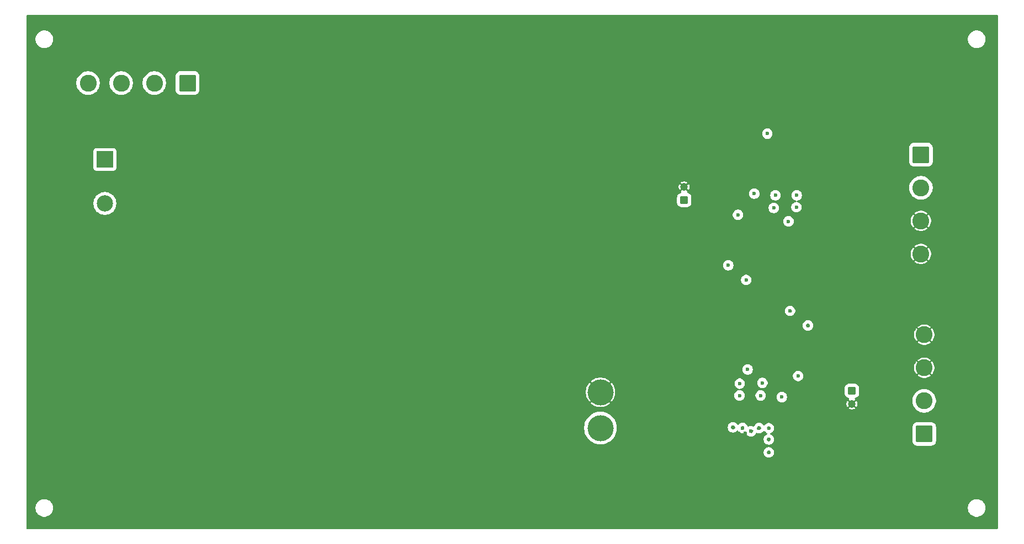
<source format=gbr>
%TF.GenerationSoftware,KiCad,Pcbnew,9.99.0-4546-gb76221958b*%
%TF.CreationDate,2025-12-26T02:09:00+05:30*%
%TF.ProjectId,universal-psu,756e6976-6572-4736-916c-2d7073752e6b,rev?*%
%TF.SameCoordinates,Original*%
%TF.FileFunction,Copper,L3,Inr*%
%TF.FilePolarity,Positive*%
%FSLAX46Y46*%
G04 Gerber Fmt 4.6, Leading zero omitted, Abs format (unit mm)*
G04 Created by KiCad (PCBNEW 9.99.0-4546-gb76221958b) date 2025-12-26 02:09:00*
%MOMM*%
%LPD*%
G01*
G04 APERTURE LIST*
G04 Aperture macros list*
%AMRoundRect*
0 Rectangle with rounded corners*
0 $1 Rounding radius*
0 $2 $3 $4 $5 $6 $7 $8 $9 X,Y pos of 4 corners*
0 Add a 4 corners polygon primitive as box body*
4,1,4,$2,$3,$4,$5,$6,$7,$8,$9,$2,$3,0*
0 Add four circle primitives for the rounded corners*
1,1,$1+$1,$2,$3*
1,1,$1+$1,$4,$5*
1,1,$1+$1,$6,$7*
1,1,$1+$1,$8,$9*
0 Add four rect primitives between the rounded corners*
20,1,$1+$1,$2,$3,$4,$5,0*
20,1,$1+$1,$4,$5,$6,$7,0*
20,1,$1+$1,$6,$7,$8,$9,0*
20,1,$1+$1,$8,$9,$2,$3,0*%
G04 Aperture macros list end*
%TA.AperFunction,ComponentPad*%
%ADD10RoundRect,0.250000X1.050000X-1.050000X1.050000X1.050000X-1.050000X1.050000X-1.050000X-1.050000X0*%
%TD*%
%TA.AperFunction,ComponentPad*%
%ADD11C,2.600000*%
%TD*%
%TA.AperFunction,ComponentPad*%
%ADD12C,4.000000*%
%TD*%
%TA.AperFunction,ComponentPad*%
%ADD13C,2.500000*%
%TD*%
%TA.AperFunction,ComponentPad*%
%ADD14R,2.500000X2.500000*%
%TD*%
%TA.AperFunction,ComponentPad*%
%ADD15RoundRect,0.250000X-1.050000X1.050000X-1.050000X-1.050000X1.050000X-1.050000X1.050000X1.050000X0*%
%TD*%
%TA.AperFunction,ComponentPad*%
%ADD16RoundRect,0.250000X1.050000X1.050000X-1.050000X1.050000X-1.050000X-1.050000X1.050000X-1.050000X0*%
%TD*%
%TA.AperFunction,ComponentPad*%
%ADD17C,1.200000*%
%TD*%
%TA.AperFunction,ComponentPad*%
%ADD18RoundRect,0.250000X0.350000X-0.350000X0.350000X0.350000X-0.350000X0.350000X-0.350000X-0.350000X0*%
%TD*%
%TA.AperFunction,ComponentPad*%
%ADD19RoundRect,0.250000X-0.350000X0.350000X-0.350000X-0.350000X0.350000X-0.350000X0.350000X0.350000X0*%
%TD*%
%TA.AperFunction,ViaPad*%
%ADD20C,0.600000*%
%TD*%
G04 APERTURE END LIST*
D10*
%TO.N,+5V*%
%TO.C,J3*%
X151962500Y-80635000D03*
D11*
X151962500Y-75555000D03*
%TO.N,GND*%
X151962500Y-70475000D03*
X151962500Y-65395000D03*
%TD*%
D12*
%TO.N,GND*%
%TO.C,PS1*%
X102300000Y-74225000D03*
%TO.N,+12V*%
X102300000Y-79725000D03*
D13*
%TO.N,AC_In_Neutral*%
X26300000Y-45225000D03*
D14*
%TO.N,AC_In_Live*%
X26300000Y-38475000D03*
%TD*%
D15*
%TO.N,+3V3*%
%TO.C,J2*%
X151462500Y-37735000D03*
D11*
X151462500Y-42815000D03*
%TO.N,GND*%
X151462500Y-47895000D03*
X151462500Y-52975000D03*
%TD*%
%TO.N,AC_In_Live*%
%TO.C,J1*%
X23720000Y-26725000D03*
X28800000Y-26725000D03*
%TO.N,AC_In_Neutral*%
X33880000Y-26725000D03*
D16*
X38960000Y-26725000D03*
%TD*%
D17*
%TO.N,GND*%
%TO.C,C4*%
X115150000Y-42697599D03*
D18*
%TO.N,+12V*%
X115150000Y-44697599D03*
%TD*%
D17*
%TO.N,GND*%
%TO.C,C16*%
X140875000Y-76002401D03*
D19*
%TO.N,+12V*%
X140875000Y-74002401D03*
%TD*%
D20*
%TO.N,GND*%
X130600000Y-42300000D03*
X131900000Y-41600000D03*
X131200000Y-41600000D03*
X130500000Y-41600000D03*
X129800000Y-41600000D03*
X129100000Y-41600000D03*
X132400000Y-34300000D03*
X133800000Y-34300000D03*
X133800000Y-35200000D03*
X133100000Y-35200000D03*
X132400000Y-35200000D03*
X132400000Y-36200000D03*
X133100000Y-36200000D03*
X133900000Y-36200000D03*
X133900000Y-36900000D03*
X133100000Y-36900000D03*
X132300000Y-37400000D03*
X131200000Y-37700000D03*
X131800000Y-38000000D03*
X131200000Y-38500000D03*
X130500000Y-39100000D03*
X126500000Y-40500000D03*
X126500000Y-39750000D03*
X127000000Y-39000000D03*
X127250000Y-36500000D03*
X128500000Y-36750000D03*
X129250000Y-37750000D03*
X128500000Y-37750000D03*
X128750000Y-38500000D03*
X125500000Y-76250000D03*
X127000000Y-77000000D03*
X126000000Y-77000000D03*
X125000000Y-77000000D03*
X124000000Y-77000000D03*
X122750000Y-83500000D03*
X123250000Y-83000000D03*
X122250000Y-83000000D03*
X123250000Y-82000000D03*
X122250000Y-82000000D03*
X123000000Y-81250000D03*
X126750000Y-80750000D03*
X127500000Y-80500000D03*
X124000000Y-81250000D03*
X124500000Y-80500000D03*
X123500000Y-80500000D03*
X141000000Y-39250000D03*
X133000000Y-86500000D03*
%TO.N,+5V*%
X128125000Y-79750000D03*
X126625000Y-79725000D03*
X124125000Y-79725000D03*
X122625000Y-79625000D03*
%TO.N,GND*%
X137462500Y-50225000D03*
X121400000Y-45062500D03*
X118962500Y-71975000D03*
X119650000Y-45062500D03*
X114987500Y-50225000D03*
X118675000Y-50975000D03*
X138962500Y-65975000D03*
%TO.N,/DC_DC_Converter_5V/Enable*%
X123664636Y-72897764D03*
X127144587Y-72790445D03*
%TO.N,+12V*%
X126875000Y-74725000D03*
%TO.N,+5V*%
X131375000Y-61725000D03*
%TO.N,+12V*%
X123625000Y-74725000D03*
X130125000Y-74975000D03*
%TO.N,+5V*%
X134125000Y-63975000D03*
X128125000Y-81475000D03*
X128125000Y-83475000D03*
%TO.N,/DC_DC_Converter_5V/RT*%
X132625000Y-71725000D03*
X124875000Y-70725000D03*
%TO.N,+5V*%
X125375000Y-80225000D03*
%TO.N,/DC_DC_Converter_3v3/Enable*%
X132360364Y-45802236D03*
X128880413Y-45909555D03*
%TO.N,+12V*%
X132400000Y-43975000D03*
X129150000Y-43975000D03*
X125900000Y-43725000D03*
%TO.N,+3V3*%
X124650000Y-56975000D03*
X121900000Y-54725000D03*
X127900000Y-34500000D03*
%TO.N,/DC_DC_Converter_3v3/RT*%
X123400000Y-46975000D03*
X131150000Y-47975000D03*
%TD*%
%TA.AperFunction,Conductor*%
%TO.N,+5V*%
G36*
X128166027Y-83182381D02*
G01*
X128199079Y-83188956D01*
X128222325Y-83196006D01*
X128253454Y-83208900D01*
X128264756Y-83218008D01*
X128292461Y-83232818D01*
X128321685Y-83254492D01*
X128345502Y-83278308D01*
X128360925Y-83297100D01*
X128379638Y-83325106D01*
X128391098Y-83346546D01*
X128403990Y-83377671D01*
X128411045Y-83400927D01*
X128417617Y-83433961D01*
X128420000Y-83458156D01*
X128420000Y-83491839D01*
X128417616Y-83516035D01*
X128411043Y-83549073D01*
X128403988Y-83572329D01*
X128391098Y-83603449D01*
X128379639Y-83624888D01*
X128360920Y-83652903D01*
X128345499Y-83671693D01*
X128321693Y-83695499D01*
X128302903Y-83710920D01*
X128274885Y-83729641D01*
X128253446Y-83741100D01*
X128222328Y-83753989D01*
X128199071Y-83761045D01*
X128182340Y-83764373D01*
X128166031Y-83767617D01*
X128141841Y-83770000D01*
X128108159Y-83770000D01*
X128083970Y-83767617D01*
X128050924Y-83761044D01*
X128027667Y-83753988D01*
X127996547Y-83741098D01*
X127975107Y-83729638D01*
X127947099Y-83710923D01*
X127928312Y-83695505D01*
X127904495Y-83671689D01*
X127889074Y-83652899D01*
X127870357Y-83624888D01*
X127858901Y-83603455D01*
X127855780Y-83595921D01*
X127846007Y-83572326D01*
X127838954Y-83549073D01*
X127832381Y-83516031D01*
X127830000Y-83491844D01*
X127830000Y-83458153D01*
X127832382Y-83433964D01*
X127832383Y-83433961D01*
X127838956Y-83400914D01*
X127846006Y-83377674D01*
X127858902Y-83346539D01*
X127870351Y-83325119D01*
X127889079Y-83297090D01*
X127904488Y-83278316D01*
X127928314Y-83254489D01*
X127947093Y-83239076D01*
X127975111Y-83220356D01*
X127996545Y-83208900D01*
X128027668Y-83196008D01*
X128050918Y-83188955D01*
X128083970Y-83182381D01*
X128108154Y-83180000D01*
X128141842Y-83180000D01*
X128166027Y-83182381D01*
G37*
%TD.AperFunction*%
%TA.AperFunction,Conductor*%
G36*
X128192763Y-81179300D02*
G01*
X128217681Y-81194084D01*
X128253449Y-81208899D01*
X128274887Y-81220358D01*
X128302897Y-81239073D01*
X128321684Y-81254491D01*
X128345504Y-81278310D01*
X128360925Y-81297100D01*
X128379638Y-81325106D01*
X128391098Y-81346546D01*
X128403990Y-81377671D01*
X128411045Y-81400927D01*
X128417617Y-81433961D01*
X128420000Y-81458156D01*
X128420000Y-81491839D01*
X128417616Y-81516035D01*
X128411043Y-81549073D01*
X128403988Y-81572329D01*
X128391098Y-81603449D01*
X128379639Y-81624888D01*
X128360920Y-81652903D01*
X128345499Y-81671693D01*
X128321693Y-81695499D01*
X128302903Y-81710920D01*
X128274885Y-81729641D01*
X128253446Y-81741100D01*
X128222328Y-81753989D01*
X128199071Y-81761045D01*
X128182340Y-81764373D01*
X128166031Y-81767617D01*
X128141841Y-81770000D01*
X128108159Y-81770000D01*
X128083970Y-81767617D01*
X128050924Y-81761044D01*
X128027667Y-81753988D01*
X127996547Y-81741098D01*
X127975107Y-81729638D01*
X127947099Y-81710923D01*
X127928312Y-81695505D01*
X127904495Y-81671689D01*
X127889074Y-81652899D01*
X127870357Y-81624888D01*
X127858901Y-81603455D01*
X127855780Y-81595921D01*
X127846007Y-81572326D01*
X127838954Y-81549073D01*
X127832381Y-81516031D01*
X127830000Y-81491844D01*
X127830000Y-81458153D01*
X127832382Y-81433964D01*
X127832383Y-81433961D01*
X127838956Y-81400914D01*
X127846006Y-81377674D01*
X127858902Y-81346539D01*
X127870351Y-81325119D01*
X127889079Y-81297090D01*
X127904490Y-81278314D01*
X127928310Y-81254494D01*
X127947097Y-81239075D01*
X127953481Y-81234808D01*
X127975109Y-81220357D01*
X127996548Y-81208899D01*
X128012806Y-81202165D01*
X128032291Y-81194096D01*
X128034519Y-81193125D01*
X128048836Y-81186895D01*
X128056889Y-81183218D01*
X128073203Y-81175413D01*
X128073208Y-81175408D01*
X128075972Y-81174087D01*
X128144942Y-81162909D01*
X128192763Y-81179300D01*
G37*
%TD.AperFunction*%
%TA.AperFunction,Conductor*%
G36*
X125416028Y-79932381D02*
G01*
X125449071Y-79938954D01*
X125467028Y-79948347D01*
X125518732Y-79965570D01*
X125520783Y-79966274D01*
X125523908Y-79967376D01*
X125523925Y-79967381D01*
X125523930Y-79967383D01*
X125627622Y-79997830D01*
X125650621Y-80001979D01*
X125683989Y-80018682D01*
X125703445Y-80026176D01*
X125706039Y-80029720D01*
X125713099Y-80033254D01*
X125732218Y-80065478D01*
X125744718Y-80082552D01*
X125744988Y-80087001D01*
X125748751Y-80093343D01*
X125747502Y-80128311D01*
X125748961Y-80152293D01*
X125746442Y-80157965D01*
X125746257Y-80163169D01*
X125736755Y-80184665D01*
X125731597Y-80193860D01*
X125727012Y-80199551D01*
X125727003Y-80199562D01*
X125653587Y-80323302D01*
X125638288Y-80360234D01*
X125634689Y-80366653D01*
X125633331Y-80367979D01*
X125629640Y-80374886D01*
X125610923Y-80402899D01*
X125595501Y-80421691D01*
X125571691Y-80445501D01*
X125552901Y-80460922D01*
X125524895Y-80479635D01*
X125503457Y-80491094D01*
X125472326Y-80503989D01*
X125449060Y-80511046D01*
X125444967Y-80511860D01*
X125375376Y-80505630D01*
X125320200Y-80462765D01*
X125299163Y-80414433D01*
X125269738Y-80266510D01*
X125269737Y-80266503D01*
X125250744Y-80220649D01*
X125207063Y-80115192D01*
X125208337Y-80114663D01*
X125195519Y-80053114D01*
X125220516Y-79987868D01*
X125271672Y-79948493D01*
X125277672Y-79946008D01*
X125300928Y-79938953D01*
X125333966Y-79932381D01*
X125358156Y-79930000D01*
X125391839Y-79930000D01*
X125416028Y-79932381D01*
G37*
%TD.AperFunction*%
%TA.AperFunction,Conductor*%
G36*
X128166027Y-79457381D02*
G01*
X128199079Y-79463956D01*
X128222325Y-79471006D01*
X128253458Y-79483902D01*
X128274890Y-79495359D01*
X128302898Y-79514074D01*
X128321685Y-79529492D01*
X128345502Y-79553308D01*
X128360925Y-79572100D01*
X128379638Y-79600106D01*
X128391098Y-79621546D01*
X128403990Y-79652671D01*
X128411045Y-79675927D01*
X128417617Y-79708961D01*
X128420000Y-79733156D01*
X128420000Y-79766839D01*
X128417616Y-79791035D01*
X128411043Y-79824073D01*
X128403988Y-79847329D01*
X128391098Y-79878449D01*
X128379639Y-79899888D01*
X128360920Y-79927903D01*
X128345499Y-79946693D01*
X128321693Y-79970499D01*
X128302903Y-79985920D01*
X128276675Y-80003445D01*
X128209997Y-80024323D01*
X128142617Y-80005838D01*
X128120103Y-79988024D01*
X128010292Y-79878213D01*
X128010288Y-79878210D01*
X127877887Y-79789742D01*
X127833082Y-79736130D01*
X127824375Y-79666805D01*
X127854529Y-79603778D01*
X127856761Y-79601294D01*
X127861305Y-79596498D01*
X127928312Y-79529490D01*
X127947097Y-79514075D01*
X127947099Y-79514074D01*
X127974362Y-79495857D01*
X127975109Y-79495358D01*
X127996545Y-79483899D01*
X128027671Y-79471007D01*
X128050918Y-79463955D01*
X128083970Y-79457381D01*
X128108154Y-79455000D01*
X128141842Y-79455000D01*
X128166027Y-79457381D01*
G37*
%TD.AperFunction*%
%TA.AperFunction,Conductor*%
G36*
X126666027Y-79432381D02*
G01*
X126699079Y-79438956D01*
X126722325Y-79446006D01*
X126753454Y-79458900D01*
X126764755Y-79468007D01*
X126792460Y-79482817D01*
X126821686Y-79504493D01*
X126845508Y-79528315D01*
X126858577Y-79544230D01*
X126858820Y-79544058D01*
X126859934Y-79545618D01*
X126859944Y-79545631D01*
X126859946Y-79545634D01*
X126898218Y-79595819D01*
X126918456Y-79619175D01*
X126943430Y-79644600D01*
X126976365Y-79706219D01*
X126970758Y-79775863D01*
X126946699Y-79814928D01*
X126941806Y-79820307D01*
X126939386Y-79822330D01*
X126939371Y-79822342D01*
X126893089Y-79873868D01*
X126892707Y-79874289D01*
X126892647Y-79874325D01*
X126888659Y-79878534D01*
X126854014Y-79913180D01*
X126792691Y-79946666D01*
X126766331Y-79949500D01*
X126671153Y-79949500D01*
X126517507Y-79980062D01*
X126461416Y-79978271D01*
X126459852Y-79977854D01*
X126372375Y-79952170D01*
X126344441Y-79947130D01*
X126339535Y-79945824D01*
X126313833Y-79930215D01*
X126286937Y-79916751D01*
X126284274Y-79912263D01*
X126279816Y-79909556D01*
X126266631Y-79882526D01*
X126251286Y-79856661D01*
X126251472Y-79851447D01*
X126249185Y-79846758D01*
X126252707Y-79816886D01*
X126253782Y-79786836D01*
X126257002Y-79780468D01*
X126257368Y-79777370D01*
X126260485Y-79773581D01*
X126270170Y-79754434D01*
X126272986Y-79750448D01*
X126272992Y-79750441D01*
X126272997Y-79750435D01*
X126346413Y-79626695D01*
X126358902Y-79596540D01*
X126370357Y-79575110D01*
X126389079Y-79547091D01*
X126404486Y-79528317D01*
X126428316Y-79504487D01*
X126447093Y-79489076D01*
X126475111Y-79470356D01*
X126496545Y-79458900D01*
X126527668Y-79446008D01*
X126550918Y-79438955D01*
X126583970Y-79432381D01*
X126608154Y-79430000D01*
X126641842Y-79430000D01*
X126666027Y-79432381D01*
G37*
%TD.AperFunction*%
%TA.AperFunction,Conductor*%
G36*
X122666027Y-79332381D02*
G01*
X122699079Y-79338956D01*
X122722325Y-79346006D01*
X122753458Y-79358902D01*
X122774890Y-79370359D01*
X122802898Y-79389074D01*
X122821685Y-79404492D01*
X122845501Y-79428307D01*
X122860924Y-79447099D01*
X122885503Y-79483884D01*
X122907972Y-79514901D01*
X122912644Y-79520860D01*
X122919561Y-79529684D01*
X122933057Y-79545618D01*
X122947942Y-79563192D01*
X122946301Y-79564581D01*
X122975705Y-79617412D01*
X122976586Y-79667844D01*
X122975920Y-79671357D01*
X122944093Y-79733556D01*
X122928403Y-79747525D01*
X122893666Y-79773529D01*
X122893648Y-79773545D01*
X122821685Y-79845506D01*
X122802897Y-79860925D01*
X122774888Y-79879640D01*
X122753450Y-79891099D01*
X122722331Y-79903989D01*
X122699071Y-79911045D01*
X122682340Y-79914373D01*
X122666031Y-79917617D01*
X122641841Y-79920000D01*
X122608159Y-79920000D01*
X122583970Y-79917617D01*
X122550924Y-79911044D01*
X122527667Y-79903988D01*
X122496547Y-79891098D01*
X122475107Y-79879638D01*
X122447099Y-79860923D01*
X122428312Y-79845505D01*
X122404495Y-79821689D01*
X122389074Y-79802899D01*
X122370358Y-79774890D01*
X122358901Y-79753455D01*
X122351725Y-79736130D01*
X122346007Y-79722326D01*
X122338954Y-79699075D01*
X122332381Y-79666031D01*
X122330000Y-79641844D01*
X122330000Y-79608153D01*
X122332382Y-79583964D01*
X122338956Y-79550914D01*
X122346006Y-79527674D01*
X122358902Y-79496539D01*
X122370351Y-79475119D01*
X122389079Y-79447090D01*
X122404488Y-79428316D01*
X122428314Y-79404489D01*
X122447098Y-79389074D01*
X122475111Y-79370356D01*
X122496545Y-79358900D01*
X122527668Y-79346008D01*
X122550918Y-79338955D01*
X122583970Y-79332381D01*
X122608154Y-79330000D01*
X122641842Y-79330000D01*
X122666027Y-79332381D01*
G37*
%TD.AperFunction*%
%TA.AperFunction,Conductor*%
G36*
X124166027Y-79432381D02*
G01*
X124199079Y-79438956D01*
X124222325Y-79446006D01*
X124253458Y-79458902D01*
X124274881Y-79470353D01*
X124302903Y-79489076D01*
X124321686Y-79504493D01*
X124336802Y-79519609D01*
X124370287Y-79580932D01*
X124365303Y-79650624D01*
X124323431Y-79706557D01*
X124273322Y-79728905D01*
X124266515Y-79730259D01*
X124266498Y-79730264D01*
X124120827Y-79790602D01*
X124120814Y-79790609D01*
X124068891Y-79825304D01*
X124002214Y-79846182D01*
X123934833Y-79827698D01*
X123933444Y-79826827D01*
X123932267Y-79826078D01*
X123879179Y-79790606D01*
X123871513Y-79787430D01*
X123862393Y-79781629D01*
X123846213Y-79763130D01*
X123827083Y-79747710D01*
X123823618Y-79737297D01*
X123816394Y-79729037D01*
X123812784Y-79704731D01*
X123805027Y-79681413D01*
X123807742Y-79670779D01*
X123806131Y-79659926D01*
X123816234Y-79637527D01*
X123822316Y-79613716D01*
X123831674Y-79603300D01*
X123834861Y-79596236D01*
X123842446Y-79591311D01*
X123853086Y-79579468D01*
X123852995Y-79579363D01*
X123853840Y-79578630D01*
X123854649Y-79577729D01*
X123856347Y-79576459D01*
X123928314Y-79504489D01*
X123947093Y-79489076D01*
X123975111Y-79470356D01*
X123996545Y-79458900D01*
X124027668Y-79446008D01*
X124050918Y-79438955D01*
X124083970Y-79432381D01*
X124108154Y-79430000D01*
X124141842Y-79430000D01*
X124166027Y-79432381D01*
G37*
%TD.AperFunction*%
%TA.AperFunction,Conductor*%
G36*
X134166027Y-63682381D02*
G01*
X134199079Y-63688956D01*
X134222325Y-63696006D01*
X134253458Y-63708902D01*
X134274890Y-63720359D01*
X134302898Y-63739074D01*
X134321685Y-63754492D01*
X134345502Y-63778308D01*
X134360925Y-63797100D01*
X134379638Y-63825106D01*
X134391098Y-63846546D01*
X134403990Y-63877671D01*
X134411045Y-63900927D01*
X134417617Y-63933961D01*
X134420000Y-63958156D01*
X134420000Y-63991839D01*
X134417616Y-64016035D01*
X134411043Y-64049073D01*
X134403988Y-64072329D01*
X134391098Y-64103449D01*
X134379639Y-64124888D01*
X134360920Y-64152903D01*
X134345499Y-64171693D01*
X134321693Y-64195499D01*
X134302903Y-64210920D01*
X134274885Y-64229641D01*
X134253446Y-64241100D01*
X134222328Y-64253989D01*
X134199071Y-64261045D01*
X134182340Y-64264373D01*
X134166031Y-64267617D01*
X134141841Y-64270000D01*
X134108159Y-64270000D01*
X134083970Y-64267617D01*
X134050924Y-64261044D01*
X134027667Y-64253988D01*
X133996547Y-64241098D01*
X133975107Y-64229638D01*
X133947099Y-64210923D01*
X133928312Y-64195505D01*
X133904495Y-64171689D01*
X133889074Y-64152899D01*
X133870357Y-64124888D01*
X133858901Y-64103455D01*
X133855780Y-64095921D01*
X133846007Y-64072326D01*
X133838954Y-64049073D01*
X133832381Y-64016031D01*
X133830000Y-63991844D01*
X133830000Y-63958153D01*
X133832382Y-63933964D01*
X133832383Y-63933961D01*
X133838956Y-63900914D01*
X133846006Y-63877674D01*
X133858902Y-63846539D01*
X133870351Y-63825119D01*
X133889079Y-63797090D01*
X133904488Y-63778316D01*
X133928314Y-63754489D01*
X133947098Y-63739074D01*
X133975111Y-63720356D01*
X133996545Y-63708900D01*
X134027668Y-63696008D01*
X134050918Y-63688955D01*
X134083970Y-63682381D01*
X134108154Y-63680000D01*
X134141842Y-63680000D01*
X134166027Y-63682381D01*
G37*
%TD.AperFunction*%
%TA.AperFunction,Conductor*%
G36*
X131416027Y-61432381D02*
G01*
X131449079Y-61438956D01*
X131472325Y-61446006D01*
X131503458Y-61458902D01*
X131524890Y-61470359D01*
X131552898Y-61489074D01*
X131571685Y-61504492D01*
X131595502Y-61528308D01*
X131610925Y-61547100D01*
X131629638Y-61575106D01*
X131641098Y-61596546D01*
X131653990Y-61627671D01*
X131661045Y-61650927D01*
X131667617Y-61683961D01*
X131670000Y-61708156D01*
X131670000Y-61741839D01*
X131667616Y-61766035D01*
X131661043Y-61799073D01*
X131653988Y-61822329D01*
X131641098Y-61853449D01*
X131629639Y-61874888D01*
X131610920Y-61902903D01*
X131595499Y-61921693D01*
X131571693Y-61945499D01*
X131552903Y-61960920D01*
X131524885Y-61979641D01*
X131503446Y-61991100D01*
X131472328Y-62003989D01*
X131449071Y-62011045D01*
X131432340Y-62014373D01*
X131416031Y-62017617D01*
X131391841Y-62020000D01*
X131358159Y-62020000D01*
X131333970Y-62017617D01*
X131300924Y-62011044D01*
X131277667Y-62003988D01*
X131246547Y-61991098D01*
X131225107Y-61979638D01*
X131197099Y-61960923D01*
X131178312Y-61945505D01*
X131154495Y-61921689D01*
X131139074Y-61902899D01*
X131120357Y-61874888D01*
X131108901Y-61853455D01*
X131105780Y-61845921D01*
X131096007Y-61822326D01*
X131088954Y-61799073D01*
X131082381Y-61766031D01*
X131080000Y-61741844D01*
X131080000Y-61708153D01*
X131082382Y-61683964D01*
X131082383Y-61683961D01*
X131088956Y-61650914D01*
X131096006Y-61627674D01*
X131108902Y-61596539D01*
X131120351Y-61575119D01*
X131139079Y-61547090D01*
X131154488Y-61528316D01*
X131178314Y-61504489D01*
X131197098Y-61489074D01*
X131225111Y-61470356D01*
X131246545Y-61458900D01*
X131277668Y-61446008D01*
X131300918Y-61438955D01*
X131333970Y-61432381D01*
X131358154Y-61430000D01*
X131391842Y-61430000D01*
X131416027Y-61432381D01*
G37*
%TD.AperFunction*%
%TD*%
%TA.AperFunction,Conductor*%
%TO.N,GND*%
G36*
X163192538Y-16270185D02*
G01*
X163238293Y-16322989D01*
X163249499Y-16374500D01*
X163249499Y-95125499D01*
X163229814Y-95192538D01*
X163177010Y-95238293D01*
X163125499Y-95249499D01*
X14374500Y-95249499D01*
X14307461Y-95229814D01*
X14261706Y-95177010D01*
X14250500Y-95125499D01*
X14250500Y-91893713D01*
X15649500Y-91893713D01*
X15649500Y-92106286D01*
X15682753Y-92316239D01*
X15748444Y-92518414D01*
X15844951Y-92707820D01*
X15969890Y-92879786D01*
X16120213Y-93030109D01*
X16292179Y-93155048D01*
X16292181Y-93155049D01*
X16292184Y-93155051D01*
X16481588Y-93251557D01*
X16683757Y-93317246D01*
X16893713Y-93350500D01*
X16893714Y-93350500D01*
X17106286Y-93350500D01*
X17106287Y-93350500D01*
X17316243Y-93317246D01*
X17518412Y-93251557D01*
X17707816Y-93155051D01*
X17729789Y-93139086D01*
X17879786Y-93030109D01*
X17879788Y-93030106D01*
X17879792Y-93030104D01*
X18030104Y-92879792D01*
X18030106Y-92879788D01*
X18030109Y-92879786D01*
X18155048Y-92707820D01*
X18155047Y-92707820D01*
X18155051Y-92707816D01*
X18251557Y-92518412D01*
X18317246Y-92316243D01*
X18350500Y-92106287D01*
X18350500Y-91893713D01*
X158649500Y-91893713D01*
X158649500Y-92106286D01*
X158682753Y-92316239D01*
X158748444Y-92518414D01*
X158844951Y-92707820D01*
X158969890Y-92879786D01*
X159120213Y-93030109D01*
X159292179Y-93155048D01*
X159292181Y-93155049D01*
X159292184Y-93155051D01*
X159481588Y-93251557D01*
X159683757Y-93317246D01*
X159893713Y-93350500D01*
X159893714Y-93350500D01*
X160106286Y-93350500D01*
X160106287Y-93350500D01*
X160316243Y-93317246D01*
X160518412Y-93251557D01*
X160707816Y-93155051D01*
X160729789Y-93139086D01*
X160879786Y-93030109D01*
X160879788Y-93030106D01*
X160879792Y-93030104D01*
X161030104Y-92879792D01*
X161030106Y-92879788D01*
X161030109Y-92879786D01*
X161155048Y-92707820D01*
X161155047Y-92707820D01*
X161155051Y-92707816D01*
X161251557Y-92518412D01*
X161317246Y-92316243D01*
X161350500Y-92106287D01*
X161350500Y-91893713D01*
X161317246Y-91683757D01*
X161251557Y-91481588D01*
X161155051Y-91292184D01*
X161155049Y-91292181D01*
X161155048Y-91292179D01*
X161030109Y-91120213D01*
X160879786Y-90969890D01*
X160707820Y-90844951D01*
X160518414Y-90748444D01*
X160518413Y-90748443D01*
X160518412Y-90748443D01*
X160316243Y-90682754D01*
X160316241Y-90682753D01*
X160316240Y-90682753D01*
X160154957Y-90657208D01*
X160106287Y-90649500D01*
X159893713Y-90649500D01*
X159845042Y-90657208D01*
X159683760Y-90682753D01*
X159481585Y-90748444D01*
X159292179Y-90844951D01*
X159120213Y-90969890D01*
X158969890Y-91120213D01*
X158844951Y-91292179D01*
X158748444Y-91481585D01*
X158682753Y-91683760D01*
X158649500Y-91893713D01*
X18350500Y-91893713D01*
X18317246Y-91683757D01*
X18251557Y-91481588D01*
X18155051Y-91292184D01*
X18155049Y-91292181D01*
X18155048Y-91292179D01*
X18030109Y-91120213D01*
X17879786Y-90969890D01*
X17707820Y-90844951D01*
X17518414Y-90748444D01*
X17518413Y-90748443D01*
X17518412Y-90748443D01*
X17316243Y-90682754D01*
X17316241Y-90682753D01*
X17316240Y-90682753D01*
X17154957Y-90657208D01*
X17106287Y-90649500D01*
X16893713Y-90649500D01*
X16845042Y-90657208D01*
X16683760Y-90682753D01*
X16481585Y-90748444D01*
X16292179Y-90844951D01*
X16120213Y-90969890D01*
X15969890Y-91120213D01*
X15844951Y-91292179D01*
X15748444Y-91481585D01*
X15682753Y-91683760D01*
X15649500Y-91893713D01*
X14250500Y-91893713D01*
X14250500Y-83396153D01*
X127324500Y-83396153D01*
X127324500Y-83553846D01*
X127355261Y-83708489D01*
X127355264Y-83708501D01*
X127415602Y-83854172D01*
X127415609Y-83854185D01*
X127503210Y-83985288D01*
X127503213Y-83985292D01*
X127614707Y-84096786D01*
X127614711Y-84096789D01*
X127745814Y-84184390D01*
X127745827Y-84184397D01*
X127891498Y-84244735D01*
X127891503Y-84244737D01*
X128046153Y-84275499D01*
X128046156Y-84275500D01*
X128046158Y-84275500D01*
X128203844Y-84275500D01*
X128203845Y-84275499D01*
X128358497Y-84244737D01*
X128504179Y-84184394D01*
X128635289Y-84096789D01*
X128746789Y-83985289D01*
X128834394Y-83854179D01*
X128894737Y-83708497D01*
X128925500Y-83553842D01*
X128925500Y-83396158D01*
X128925500Y-83396155D01*
X128925499Y-83396153D01*
X128894738Y-83241510D01*
X128894737Y-83241503D01*
X128894735Y-83241498D01*
X128834397Y-83095827D01*
X128834390Y-83095814D01*
X128746789Y-82964711D01*
X128746786Y-82964707D01*
X128635292Y-82853213D01*
X128635288Y-82853210D01*
X128504185Y-82765609D01*
X128504172Y-82765602D01*
X128358501Y-82705264D01*
X128358489Y-82705261D01*
X128203845Y-82674500D01*
X128203842Y-82674500D01*
X128046158Y-82674500D01*
X128046155Y-82674500D01*
X127891510Y-82705261D01*
X127891498Y-82705264D01*
X127745827Y-82765602D01*
X127745814Y-82765609D01*
X127614711Y-82853210D01*
X127614707Y-82853213D01*
X127503213Y-82964707D01*
X127503210Y-82964711D01*
X127415609Y-83095814D01*
X127415602Y-83095827D01*
X127355264Y-83241498D01*
X127355261Y-83241510D01*
X127324500Y-83396153D01*
X14250500Y-83396153D01*
X14250500Y-79584568D01*
X99799500Y-79584568D01*
X99799500Y-79865431D01*
X99830942Y-80144494D01*
X99830945Y-80144512D01*
X99893439Y-80418317D01*
X99893443Y-80418329D01*
X99986200Y-80683411D01*
X100108053Y-80936442D01*
X100108055Y-80936445D01*
X100257477Y-81174248D01*
X100432584Y-81393825D01*
X100631175Y-81592416D01*
X100850752Y-81767523D01*
X101088555Y-81916945D01*
X101341592Y-82038801D01*
X101507304Y-82096786D01*
X101606670Y-82131556D01*
X101606682Y-82131560D01*
X101880491Y-82194055D01*
X101880497Y-82194055D01*
X101880505Y-82194057D01*
X102066547Y-82215018D01*
X102159569Y-82225499D01*
X102159572Y-82225500D01*
X102159575Y-82225500D01*
X102440428Y-82225500D01*
X102440429Y-82225499D01*
X102583055Y-82209429D01*
X102719494Y-82194057D01*
X102719499Y-82194056D01*
X102719509Y-82194055D01*
X102993318Y-82131560D01*
X103258408Y-82038801D01*
X103511445Y-81916945D01*
X103749248Y-81767523D01*
X103968825Y-81592416D01*
X104167416Y-81393825D01*
X104342523Y-81174248D01*
X104491945Y-80936445D01*
X104613801Y-80683408D01*
X104706560Y-80418318D01*
X104769055Y-80144509D01*
X104770094Y-80135292D01*
X104800499Y-79865431D01*
X104800500Y-79865427D01*
X104800500Y-79584572D01*
X104800499Y-79584568D01*
X104797050Y-79553949D01*
X104796172Y-79546153D01*
X121824500Y-79546153D01*
X121824500Y-79703846D01*
X121855261Y-79858489D01*
X121855264Y-79858501D01*
X121915602Y-80004172D01*
X121915609Y-80004185D01*
X122003210Y-80135288D01*
X122003213Y-80135292D01*
X122114707Y-80246786D01*
X122114711Y-80246789D01*
X122245814Y-80334390D01*
X122245827Y-80334397D01*
X122391498Y-80394735D01*
X122391503Y-80394737D01*
X122546153Y-80425499D01*
X122546156Y-80425500D01*
X122546158Y-80425500D01*
X122703844Y-80425500D01*
X122703845Y-80425499D01*
X122858497Y-80394737D01*
X123004179Y-80334394D01*
X123135289Y-80246789D01*
X123171868Y-80210210D01*
X123251097Y-80130982D01*
X123252414Y-80132299D01*
X123302949Y-80097859D01*
X123372793Y-80095970D01*
X123432571Y-80132142D01*
X123444189Y-80146957D01*
X123503210Y-80235288D01*
X123503213Y-80235292D01*
X123614707Y-80346786D01*
X123614711Y-80346789D01*
X123745814Y-80434390D01*
X123745827Y-80434397D01*
X123891498Y-80494735D01*
X123891503Y-80494737D01*
X124017186Y-80519737D01*
X124046153Y-80525499D01*
X124046156Y-80525500D01*
X124046158Y-80525500D01*
X124203844Y-80525500D01*
X124203845Y-80525499D01*
X124358497Y-80494737D01*
X124445989Y-80458497D01*
X124467377Y-80449638D01*
X124536846Y-80442169D01*
X124599325Y-80473444D01*
X124629390Y-80516746D01*
X124665604Y-80604176D01*
X124665609Y-80604185D01*
X124753210Y-80735288D01*
X124753213Y-80735292D01*
X124864707Y-80846786D01*
X124864711Y-80846789D01*
X124995814Y-80934390D01*
X124995827Y-80934397D01*
X125069013Y-80964711D01*
X125141503Y-80994737D01*
X125296153Y-81025499D01*
X125296156Y-81025500D01*
X125296158Y-81025500D01*
X125453844Y-81025500D01*
X125453845Y-81025499D01*
X125608497Y-80994737D01*
X125721166Y-80948067D01*
X125754172Y-80934397D01*
X125754172Y-80934396D01*
X125754179Y-80934394D01*
X125885289Y-80846789D01*
X125996789Y-80735289D01*
X126084394Y-80604179D01*
X126120610Y-80516743D01*
X126164449Y-80462344D01*
X126230743Y-80440278D01*
X126282622Y-80449638D01*
X126391498Y-80494735D01*
X126391503Y-80494737D01*
X126517186Y-80519737D01*
X126546153Y-80525499D01*
X126546156Y-80525500D01*
X126546158Y-80525500D01*
X126703844Y-80525500D01*
X126703845Y-80525499D01*
X126858497Y-80494737D01*
X127004179Y-80434394D01*
X127135289Y-80346789D01*
X127246789Y-80235289D01*
X127263545Y-80210210D01*
X127317155Y-80165407D01*
X127386479Y-80156698D01*
X127449508Y-80186852D01*
X127469749Y-80210210D01*
X127503213Y-80260292D01*
X127614707Y-80371786D01*
X127614711Y-80371789D01*
X127745814Y-80459390D01*
X127745827Y-80459397D01*
X127838876Y-80497939D01*
X127893280Y-80541780D01*
X127915345Y-80608074D01*
X127898066Y-80675773D01*
X127846929Y-80723384D01*
X127838876Y-80727061D01*
X127745827Y-80765602D01*
X127745814Y-80765609D01*
X127614711Y-80853210D01*
X127614707Y-80853213D01*
X127503213Y-80964707D01*
X127503210Y-80964711D01*
X127415609Y-81095814D01*
X127415602Y-81095827D01*
X127355264Y-81241498D01*
X127355261Y-81241510D01*
X127324500Y-81396153D01*
X127324500Y-81553846D01*
X127355261Y-81708489D01*
X127355264Y-81708501D01*
X127415602Y-81854172D01*
X127415609Y-81854185D01*
X127503210Y-81985288D01*
X127503213Y-81985292D01*
X127614707Y-82096786D01*
X127614711Y-82096789D01*
X127745814Y-82184390D01*
X127745827Y-82184397D01*
X127845060Y-82225500D01*
X127891503Y-82244737D01*
X128046153Y-82275499D01*
X128046156Y-82275500D01*
X128046158Y-82275500D01*
X128203844Y-82275500D01*
X128203845Y-82275499D01*
X128358497Y-82244737D01*
X128504179Y-82184394D01*
X128635289Y-82096789D01*
X128746789Y-81985289D01*
X128834394Y-81854179D01*
X128894737Y-81708497D01*
X128925500Y-81553842D01*
X128925500Y-81396158D01*
X128925500Y-81396155D01*
X128925499Y-81396153D01*
X128894738Y-81241510D01*
X128894737Y-81241503D01*
X128894735Y-81241498D01*
X128834397Y-81095827D01*
X128834390Y-81095814D01*
X128746789Y-80964711D01*
X128746786Y-80964707D01*
X128635292Y-80853213D01*
X128635288Y-80853210D01*
X128504185Y-80765609D01*
X128504172Y-80765602D01*
X128411123Y-80727061D01*
X128356719Y-80683221D01*
X128334654Y-80616927D01*
X128351933Y-80549227D01*
X128403070Y-80501616D01*
X128411123Y-80497939D01*
X128504172Y-80459397D01*
X128504172Y-80459396D01*
X128504179Y-80459394D01*
X128635289Y-80371789D01*
X128746789Y-80260289D01*
X128834394Y-80129179D01*
X128894737Y-79983497D01*
X128925500Y-79828842D01*
X128925500Y-79671158D01*
X128925500Y-79671155D01*
X128902599Y-79556026D01*
X128902599Y-79556025D01*
X128898413Y-79534983D01*
X150162000Y-79534983D01*
X150162000Y-81735001D01*
X150162001Y-81735018D01*
X150172500Y-81837796D01*
X150172501Y-81837799D01*
X150177927Y-81854172D01*
X150227686Y-82004334D01*
X150319788Y-82153656D01*
X150443844Y-82277712D01*
X150593166Y-82369814D01*
X150759703Y-82424999D01*
X150862491Y-82435500D01*
X153062508Y-82435499D01*
X153165297Y-82424999D01*
X153331834Y-82369814D01*
X153481156Y-82277712D01*
X153605212Y-82153656D01*
X153697314Y-82004334D01*
X153752499Y-81837797D01*
X153763000Y-81735009D01*
X153762999Y-79534992D01*
X153760224Y-79507831D01*
X153752499Y-79432203D01*
X153752498Y-79432200D01*
X153740064Y-79394678D01*
X153697314Y-79265666D01*
X153605212Y-79116344D01*
X153481156Y-78992288D01*
X153356834Y-78915606D01*
X153331836Y-78900187D01*
X153331831Y-78900185D01*
X153330362Y-78899698D01*
X153165297Y-78845001D01*
X153165295Y-78845000D01*
X153062510Y-78834500D01*
X150862498Y-78834500D01*
X150862481Y-78834501D01*
X150759703Y-78845000D01*
X150759700Y-78845001D01*
X150593168Y-78900185D01*
X150593163Y-78900187D01*
X150443842Y-78992289D01*
X150319789Y-79116342D01*
X150227687Y-79265663D01*
X150227685Y-79265668D01*
X150213130Y-79309594D01*
X150172501Y-79432203D01*
X150172501Y-79432204D01*
X150172500Y-79432204D01*
X150162000Y-79534983D01*
X128898413Y-79534983D01*
X128894738Y-79516510D01*
X128894737Y-79516503D01*
X128894735Y-79516498D01*
X128834397Y-79370827D01*
X128834390Y-79370814D01*
X128746789Y-79239711D01*
X128746786Y-79239707D01*
X128635292Y-79128213D01*
X128635288Y-79128210D01*
X128504185Y-79040609D01*
X128504172Y-79040602D01*
X128358501Y-78980264D01*
X128358489Y-78980261D01*
X128203845Y-78949500D01*
X128203842Y-78949500D01*
X128046158Y-78949500D01*
X128046155Y-78949500D01*
X127891510Y-78980261D01*
X127891498Y-78980264D01*
X127745827Y-79040602D01*
X127745814Y-79040609D01*
X127614711Y-79128210D01*
X127614707Y-79128213D01*
X127503211Y-79239709D01*
X127486453Y-79264790D01*
X127432840Y-79309594D01*
X127363515Y-79318300D01*
X127300488Y-79288144D01*
X127280250Y-79264788D01*
X127246789Y-79214711D01*
X127246786Y-79214707D01*
X127135292Y-79103213D01*
X127135288Y-79103210D01*
X127004185Y-79015609D01*
X127004172Y-79015602D01*
X126858501Y-78955264D01*
X126858489Y-78955261D01*
X126703845Y-78924500D01*
X126703842Y-78924500D01*
X126546158Y-78924500D01*
X126546155Y-78924500D01*
X126391510Y-78955261D01*
X126391498Y-78955264D01*
X126245827Y-79015602D01*
X126245814Y-79015609D01*
X126114711Y-79103210D01*
X126114707Y-79103213D01*
X126003213Y-79214707D01*
X126003210Y-79214711D01*
X125915609Y-79345814D01*
X125915604Y-79345823D01*
X125879390Y-79433254D01*
X125835549Y-79487657D01*
X125769255Y-79509722D01*
X125717377Y-79500362D01*
X125608501Y-79455264D01*
X125608489Y-79455261D01*
X125453845Y-79424500D01*
X125453842Y-79424500D01*
X125296158Y-79424500D01*
X125296155Y-79424500D01*
X125141510Y-79455261D01*
X125141498Y-79455264D01*
X125032622Y-79500362D01*
X124963153Y-79507831D01*
X124900674Y-79476555D01*
X124870611Y-79433257D01*
X124834394Y-79345821D01*
X124834392Y-79345818D01*
X124834390Y-79345814D01*
X124746789Y-79214711D01*
X124746786Y-79214707D01*
X124635292Y-79103213D01*
X124635288Y-79103210D01*
X124504185Y-79015609D01*
X124504172Y-79015602D01*
X124358501Y-78955264D01*
X124358489Y-78955261D01*
X124203845Y-78924500D01*
X124203842Y-78924500D01*
X124046158Y-78924500D01*
X124046155Y-78924500D01*
X123891510Y-78955261D01*
X123891498Y-78955264D01*
X123745827Y-79015602D01*
X123745814Y-79015609D01*
X123614711Y-79103210D01*
X123614707Y-79103213D01*
X123498903Y-79219018D01*
X123497591Y-79217706D01*
X123447004Y-79252155D01*
X123377159Y-79254017D01*
X123317396Y-79217822D01*
X123305810Y-79203042D01*
X123246789Y-79114710D01*
X123135292Y-79003213D01*
X123135288Y-79003210D01*
X123004185Y-78915609D01*
X123004172Y-78915602D01*
X122858501Y-78855264D01*
X122858489Y-78855261D01*
X122703845Y-78824500D01*
X122703842Y-78824500D01*
X122546158Y-78824500D01*
X122546155Y-78824500D01*
X122391510Y-78855261D01*
X122391498Y-78855264D01*
X122245827Y-78915602D01*
X122245814Y-78915609D01*
X122114711Y-79003210D01*
X122114707Y-79003213D01*
X122003213Y-79114707D01*
X122003210Y-79114711D01*
X121915609Y-79245814D01*
X121915602Y-79245827D01*
X121855264Y-79391498D01*
X121855261Y-79391510D01*
X121824500Y-79546153D01*
X104796172Y-79546153D01*
X104778442Y-79388810D01*
X104769055Y-79305491D01*
X104706560Y-79031682D01*
X104700933Y-79015602D01*
X104660548Y-78900187D01*
X104613801Y-78766592D01*
X104491945Y-78513555D01*
X104342523Y-78275752D01*
X104167416Y-78056175D01*
X103968825Y-77857584D01*
X103749248Y-77682477D01*
X103511445Y-77533055D01*
X103511442Y-77533053D01*
X103258411Y-77411200D01*
X102993329Y-77318443D01*
X102993317Y-77318439D01*
X102719512Y-77255945D01*
X102719494Y-77255942D01*
X102440431Y-77224500D01*
X102440425Y-77224500D01*
X102159575Y-77224500D01*
X102159568Y-77224500D01*
X101880505Y-77255942D01*
X101880487Y-77255945D01*
X101606682Y-77318439D01*
X101606670Y-77318443D01*
X101341588Y-77411200D01*
X101088557Y-77533053D01*
X100850753Y-77682476D01*
X100631175Y-77857583D01*
X100432583Y-78056175D01*
X100257476Y-78275753D01*
X100108053Y-78513557D01*
X99986200Y-78766588D01*
X99893443Y-79031670D01*
X99893439Y-79031682D01*
X99830945Y-79305487D01*
X99830942Y-79305505D01*
X99799500Y-79584568D01*
X14250500Y-79584568D01*
X14250500Y-74077533D01*
X100050000Y-74077533D01*
X100050000Y-74372466D01*
X100050001Y-74372483D01*
X100088496Y-74664884D01*
X100088499Y-74664897D01*
X100164835Y-74949790D01*
X100164838Y-74949800D01*
X100277704Y-75222281D01*
X100277709Y-75222292D01*
X100425174Y-75477707D01*
X100425185Y-75477723D01*
X100604729Y-75711709D01*
X100604734Y-75711715D01*
X100620621Y-75727602D01*
X100620622Y-75727602D01*
X101438098Y-74910125D01*
X101460967Y-74941602D01*
X101583398Y-75064033D01*
X101614874Y-75086901D01*
X100797398Y-75904378D01*
X100813284Y-75920265D01*
X100813290Y-75920270D01*
X101047276Y-76099814D01*
X101047292Y-76099825D01*
X101302707Y-76247290D01*
X101302718Y-76247295D01*
X101575199Y-76360161D01*
X101575209Y-76360164D01*
X101860102Y-76436500D01*
X101860115Y-76436503D01*
X102152516Y-76474998D01*
X102152534Y-76475000D01*
X102447466Y-76475000D01*
X102447483Y-76474998D01*
X102739884Y-76436503D01*
X102739897Y-76436500D01*
X103024790Y-76360164D01*
X103024800Y-76360161D01*
X103297281Y-76247295D01*
X103297292Y-76247290D01*
X103552707Y-76099825D01*
X103552723Y-76099814D01*
X103786709Y-75920270D01*
X103786715Y-75920265D01*
X103802602Y-75904378D01*
X102985125Y-75086901D01*
X103016602Y-75064033D01*
X103139033Y-74941602D01*
X103161901Y-74910125D01*
X103979378Y-75727602D01*
X103979379Y-75727602D01*
X103995265Y-75711715D01*
X103995270Y-75711709D01*
X104174814Y-75477723D01*
X104174825Y-75477707D01*
X104322290Y-75222292D01*
X104322295Y-75222281D01*
X104435161Y-74949800D01*
X104435164Y-74949790D01*
X104511500Y-74664897D01*
X104511502Y-74664887D01*
X104513969Y-74646153D01*
X122824500Y-74646153D01*
X122824500Y-74803846D01*
X122855261Y-74958489D01*
X122855264Y-74958501D01*
X122915602Y-75104172D01*
X122915609Y-75104185D01*
X123003210Y-75235288D01*
X123003213Y-75235292D01*
X123114707Y-75346786D01*
X123114711Y-75346789D01*
X123245814Y-75434390D01*
X123245827Y-75434397D01*
X123391498Y-75494735D01*
X123391503Y-75494737D01*
X123546153Y-75525499D01*
X123546156Y-75525500D01*
X123546158Y-75525500D01*
X123703844Y-75525500D01*
X123703845Y-75525499D01*
X123858497Y-75494737D01*
X124004179Y-75434394D01*
X124135289Y-75346789D01*
X124246789Y-75235289D01*
X124334394Y-75104179D01*
X124394737Y-74958497D01*
X124425500Y-74803842D01*
X124425500Y-74646158D01*
X124425500Y-74646155D01*
X124425499Y-74646153D01*
X126074500Y-74646153D01*
X126074500Y-74803846D01*
X126105261Y-74958489D01*
X126105264Y-74958501D01*
X126165602Y-75104172D01*
X126165609Y-75104185D01*
X126253210Y-75235288D01*
X126253213Y-75235292D01*
X126364707Y-75346786D01*
X126364711Y-75346789D01*
X126495814Y-75434390D01*
X126495827Y-75434397D01*
X126641498Y-75494735D01*
X126641503Y-75494737D01*
X126796153Y-75525499D01*
X126796156Y-75525500D01*
X126796158Y-75525500D01*
X126953844Y-75525500D01*
X126953845Y-75525499D01*
X127108497Y-75494737D01*
X127254179Y-75434394D01*
X127385289Y-75346789D01*
X127496789Y-75235289D01*
X127584394Y-75104179D01*
X127644737Y-74958497D01*
X127657138Y-74896153D01*
X129324500Y-74896153D01*
X129324500Y-75053846D01*
X129355261Y-75208489D01*
X129355264Y-75208501D01*
X129415602Y-75354172D01*
X129415609Y-75354185D01*
X129503210Y-75485288D01*
X129503213Y-75485292D01*
X129614707Y-75596786D01*
X129614711Y-75596789D01*
X129745814Y-75684390D01*
X129745827Y-75684397D01*
X129850135Y-75727602D01*
X129891503Y-75744737D01*
X130046153Y-75775499D01*
X130046156Y-75775500D01*
X130046158Y-75775500D01*
X130203844Y-75775500D01*
X130203845Y-75775499D01*
X130358497Y-75744737D01*
X130504179Y-75684394D01*
X130635289Y-75596789D01*
X130746789Y-75485289D01*
X130834394Y-75354179D01*
X130894737Y-75208497D01*
X130925500Y-75053842D01*
X130925500Y-74896158D01*
X130925500Y-74896155D01*
X130925499Y-74896153D01*
X130919476Y-74865874D01*
X130894737Y-74741503D01*
X130865839Y-74671737D01*
X130834397Y-74595827D01*
X130834390Y-74595814D01*
X130746789Y-74464711D01*
X130746786Y-74464707D01*
X130635292Y-74353213D01*
X130635288Y-74353210D01*
X130504185Y-74265609D01*
X130504172Y-74265602D01*
X130358501Y-74205264D01*
X130358489Y-74205261D01*
X130203845Y-74174500D01*
X130203842Y-74174500D01*
X130046158Y-74174500D01*
X130046155Y-74174500D01*
X129891510Y-74205261D01*
X129891498Y-74205264D01*
X129745827Y-74265602D01*
X129745814Y-74265609D01*
X129614711Y-74353210D01*
X129614707Y-74353213D01*
X129503213Y-74464707D01*
X129503210Y-74464711D01*
X129415609Y-74595814D01*
X129415602Y-74595827D01*
X129355264Y-74741498D01*
X129355261Y-74741510D01*
X129324500Y-74896153D01*
X127657138Y-74896153D01*
X127672076Y-74821057D01*
X127675500Y-74803844D01*
X127675500Y-74646155D01*
X127675499Y-74646153D01*
X127656879Y-74552545D01*
X127644737Y-74491503D01*
X127641043Y-74482584D01*
X127584397Y-74345827D01*
X127584390Y-74345814D01*
X127496789Y-74214711D01*
X127496786Y-74214707D01*
X127385292Y-74103213D01*
X127385288Y-74103210D01*
X127254185Y-74015609D01*
X127254172Y-74015602D01*
X127108501Y-73955264D01*
X127108489Y-73955261D01*
X126953845Y-73924500D01*
X126953842Y-73924500D01*
X126796158Y-73924500D01*
X126796155Y-73924500D01*
X126641510Y-73955261D01*
X126641498Y-73955264D01*
X126495827Y-74015602D01*
X126495814Y-74015609D01*
X126364711Y-74103210D01*
X126364707Y-74103213D01*
X126253213Y-74214707D01*
X126253210Y-74214711D01*
X126165609Y-74345814D01*
X126165602Y-74345827D01*
X126105264Y-74491498D01*
X126105261Y-74491510D01*
X126074500Y-74646153D01*
X124425499Y-74646153D01*
X124406879Y-74552545D01*
X124394737Y-74491503D01*
X124391043Y-74482584D01*
X124334397Y-74345827D01*
X124334390Y-74345814D01*
X124246789Y-74214711D01*
X124246786Y-74214707D01*
X124135292Y-74103213D01*
X124135288Y-74103210D01*
X124004185Y-74015609D01*
X124004172Y-74015602D01*
X123858501Y-73955264D01*
X123858491Y-73955261D01*
X123766389Y-73936941D01*
X123704479Y-73904556D01*
X123669904Y-73843840D01*
X123673644Y-73774071D01*
X123714511Y-73717399D01*
X123766390Y-73693707D01*
X123827455Y-73681559D01*
X123898133Y-73667501D01*
X124043815Y-73607158D01*
X124050960Y-73602384D01*
X139774500Y-73602384D01*
X139774500Y-74402402D01*
X139774501Y-74402420D01*
X139785000Y-74505197D01*
X139785001Y-74505200D01*
X139832073Y-74647253D01*
X139840186Y-74671735D01*
X139932288Y-74821057D01*
X140056344Y-74945113D01*
X140205666Y-75037215D01*
X140355090Y-75086729D01*
X140412535Y-75126502D01*
X140439358Y-75191018D01*
X140427043Y-75259793D01*
X140384977Y-75307537D01*
X140368154Y-75318777D01*
X140368154Y-75318778D01*
X140769470Y-75720094D01*
X140759204Y-75722845D01*
X140690795Y-75762341D01*
X140634940Y-75818196D01*
X140595444Y-75886605D01*
X140592693Y-75896871D01*
X140191377Y-75495555D01*
X140191376Y-75495555D01*
X140121739Y-75599776D01*
X140057665Y-75754464D01*
X140057663Y-75754472D01*
X140025000Y-75918678D01*
X140025000Y-76086123D01*
X140057663Y-76250329D01*
X140057665Y-76250337D01*
X140121738Y-76405024D01*
X140121743Y-76405032D01*
X140191377Y-76509245D01*
X140592693Y-76107930D01*
X140595444Y-76118197D01*
X140634940Y-76186606D01*
X140690795Y-76242461D01*
X140759204Y-76281957D01*
X140769469Y-76284707D01*
X140368153Y-76686023D01*
X140472376Y-76755662D01*
X140627063Y-76819735D01*
X140627071Y-76819737D01*
X140791277Y-76852400D01*
X140791280Y-76852401D01*
X140958720Y-76852401D01*
X140958722Y-76852400D01*
X141122928Y-76819737D01*
X141122936Y-76819735D01*
X141277623Y-76755662D01*
X141381845Y-76686023D01*
X141381845Y-76686022D01*
X140980531Y-76284707D01*
X140990796Y-76281957D01*
X141059205Y-76242461D01*
X141115060Y-76186606D01*
X141154556Y-76118197D01*
X141157306Y-76107931D01*
X141558621Y-76509246D01*
X141558622Y-76509246D01*
X141628261Y-76405024D01*
X141692334Y-76250337D01*
X141692336Y-76250329D01*
X141724999Y-76086123D01*
X141725000Y-76086121D01*
X141725000Y-75918680D01*
X141724999Y-75918678D01*
X141692336Y-75754472D01*
X141692334Y-75754464D01*
X141628261Y-75599777D01*
X141562809Y-75501821D01*
X141558622Y-75495554D01*
X141157306Y-75896870D01*
X141154556Y-75886605D01*
X141115060Y-75818196D01*
X141059205Y-75762341D01*
X140990796Y-75722845D01*
X140980530Y-75720094D01*
X141263628Y-75436995D01*
X150162000Y-75436995D01*
X150162000Y-75673004D01*
X150162001Y-75673020D01*
X150192806Y-75907010D01*
X150253894Y-76134993D01*
X150344214Y-76353045D01*
X150344219Y-76353056D01*
X150374228Y-76405032D01*
X150462227Y-76557450D01*
X150462229Y-76557453D01*
X150462230Y-76557454D01*
X150605906Y-76744697D01*
X150605912Y-76744704D01*
X150772795Y-76911587D01*
X150772801Y-76911592D01*
X150960050Y-77055273D01*
X151091418Y-77131118D01*
X151164443Y-77173280D01*
X151164448Y-77173282D01*
X151164451Y-77173284D01*
X151382507Y-77263606D01*
X151610486Y-77324693D01*
X151844489Y-77355500D01*
X151844496Y-77355500D01*
X152080504Y-77355500D01*
X152080511Y-77355500D01*
X152314514Y-77324693D01*
X152542493Y-77263606D01*
X152760549Y-77173284D01*
X152964950Y-77055273D01*
X153152199Y-76911592D01*
X153319092Y-76744699D01*
X153462773Y-76557450D01*
X153580784Y-76353049D01*
X153671106Y-76134993D01*
X153732193Y-75907014D01*
X153763000Y-75673011D01*
X153763000Y-75436989D01*
X153732193Y-75202986D01*
X153671106Y-74975007D01*
X153580784Y-74756951D01*
X153580782Y-74756948D01*
X153580780Y-74756943D01*
X153531586Y-74671737D01*
X153462773Y-74552550D01*
X153395369Y-74464707D01*
X153319093Y-74365302D01*
X153319087Y-74365295D01*
X153152204Y-74198412D01*
X153152197Y-74198406D01*
X152964954Y-74054730D01*
X152964953Y-74054729D01*
X152964950Y-74054727D01*
X152883457Y-74007677D01*
X152760556Y-73936719D01*
X152760545Y-73936714D01*
X152542493Y-73846394D01*
X152314510Y-73785306D01*
X152080520Y-73754501D01*
X152080517Y-73754500D01*
X152080511Y-73754500D01*
X151844489Y-73754500D01*
X151844483Y-73754500D01*
X151844479Y-73754501D01*
X151610489Y-73785306D01*
X151382506Y-73846394D01*
X151164454Y-73936714D01*
X151164443Y-73936719D01*
X150960045Y-74054730D01*
X150772802Y-74198406D01*
X150772795Y-74198412D01*
X150605912Y-74365295D01*
X150605906Y-74365302D01*
X150462230Y-74552545D01*
X150344219Y-74756943D01*
X150344214Y-74756954D01*
X150253894Y-74975006D01*
X150192806Y-75202989D01*
X150162001Y-75436979D01*
X150162000Y-75436995D01*
X141263628Y-75436995D01*
X141381844Y-75318778D01*
X141365021Y-75307537D01*
X141320217Y-75253924D01*
X141311510Y-75184599D01*
X141341665Y-75121572D01*
X141394907Y-75086730D01*
X141544334Y-75037215D01*
X141693656Y-74945113D01*
X141817712Y-74821057D01*
X141909814Y-74671735D01*
X141964999Y-74505198D01*
X141975500Y-74402410D01*
X141975499Y-73602393D01*
X141974329Y-73590944D01*
X141964999Y-73499604D01*
X141964998Y-73499601D01*
X141934662Y-73408053D01*
X141909814Y-73333067D01*
X141817712Y-73183745D01*
X141693656Y-73059689D01*
X141558963Y-72976610D01*
X141544336Y-72967588D01*
X141544331Y-72967586D01*
X141542862Y-72967099D01*
X141377797Y-72912402D01*
X141377795Y-72912401D01*
X141275010Y-72901901D01*
X140474998Y-72901901D01*
X140474980Y-72901902D01*
X140372203Y-72912401D01*
X140372200Y-72912402D01*
X140205668Y-72967586D01*
X140205663Y-72967588D01*
X140056342Y-73059690D01*
X139932289Y-73183743D01*
X139840187Y-73333064D01*
X139840186Y-73333067D01*
X139785001Y-73499604D01*
X139785001Y-73499605D01*
X139785000Y-73499605D01*
X139774500Y-73602384D01*
X124050960Y-73602384D01*
X124174925Y-73519553D01*
X124286425Y-73408053D01*
X124374030Y-73276943D01*
X124434373Y-73131261D01*
X124465136Y-72976606D01*
X124465136Y-72818922D01*
X124465136Y-72818919D01*
X124465135Y-72818917D01*
X124447390Y-72729702D01*
X124443789Y-72711598D01*
X126344087Y-72711598D01*
X126344087Y-72869291D01*
X126374848Y-73023934D01*
X126374851Y-73023946D01*
X126435189Y-73169617D01*
X126435196Y-73169630D01*
X126522797Y-73300733D01*
X126522800Y-73300737D01*
X126634294Y-73412231D01*
X126634298Y-73412234D01*
X126765401Y-73499835D01*
X126765414Y-73499842D01*
X126911085Y-73560180D01*
X126911090Y-73560182D01*
X127065740Y-73590944D01*
X127065743Y-73590945D01*
X127065745Y-73590945D01*
X127223431Y-73590945D01*
X127223432Y-73590944D01*
X127378084Y-73560182D01*
X127523766Y-73499839D01*
X127529312Y-73496133D01*
X127529313Y-73496133D01*
X127575670Y-73465157D01*
X127654876Y-73412234D01*
X127766376Y-73300734D01*
X127853981Y-73169624D01*
X127914324Y-73023942D01*
X127945087Y-72869287D01*
X127945087Y-72711603D01*
X127945087Y-72711600D01*
X127945086Y-72711598D01*
X127914324Y-72556948D01*
X127901298Y-72525500D01*
X127853984Y-72411272D01*
X127853977Y-72411259D01*
X127766376Y-72280156D01*
X127766373Y-72280152D01*
X127654879Y-72168658D01*
X127654875Y-72168655D01*
X127523772Y-72081054D01*
X127523759Y-72081047D01*
X127378088Y-72020709D01*
X127378076Y-72020706D01*
X127223432Y-71989945D01*
X127223429Y-71989945D01*
X127065745Y-71989945D01*
X127065742Y-71989945D01*
X126911097Y-72020706D01*
X126911085Y-72020709D01*
X126765414Y-72081047D01*
X126765401Y-72081054D01*
X126634298Y-72168655D01*
X126634294Y-72168658D01*
X126522800Y-72280152D01*
X126522797Y-72280156D01*
X126435196Y-72411259D01*
X126435189Y-72411272D01*
X126374851Y-72556943D01*
X126374848Y-72556955D01*
X126344087Y-72711598D01*
X124443789Y-72711598D01*
X124434374Y-72664272D01*
X124434373Y-72664271D01*
X124434373Y-72664267D01*
X124434371Y-72664262D01*
X124374033Y-72518591D01*
X124374026Y-72518578D01*
X124286425Y-72387475D01*
X124286422Y-72387471D01*
X124174928Y-72275977D01*
X124174924Y-72275974D01*
X124043821Y-72188373D01*
X124043808Y-72188366D01*
X123898137Y-72128028D01*
X123898125Y-72128025D01*
X123743481Y-72097264D01*
X123743478Y-72097264D01*
X123585794Y-72097264D01*
X123585791Y-72097264D01*
X123431146Y-72128025D01*
X123431134Y-72128028D01*
X123285463Y-72188366D01*
X123285450Y-72188373D01*
X123154347Y-72275974D01*
X123154343Y-72275977D01*
X123042849Y-72387471D01*
X123042846Y-72387475D01*
X122955245Y-72518578D01*
X122955238Y-72518591D01*
X122894900Y-72664262D01*
X122894897Y-72664274D01*
X122864136Y-72818917D01*
X122864136Y-72976610D01*
X122894897Y-73131253D01*
X122894900Y-73131265D01*
X122955238Y-73276936D01*
X122955245Y-73276949D01*
X123042846Y-73408052D01*
X123042849Y-73408056D01*
X123154343Y-73519550D01*
X123154347Y-73519553D01*
X123285450Y-73607154D01*
X123285463Y-73607161D01*
X123431134Y-73667499D01*
X123431139Y-73667501D01*
X123523245Y-73685822D01*
X123585156Y-73718206D01*
X123619730Y-73778922D01*
X123615991Y-73848691D01*
X123575125Y-73905364D01*
X123523246Y-73929056D01*
X123391508Y-73955261D01*
X123391498Y-73955264D01*
X123245827Y-74015602D01*
X123245814Y-74015609D01*
X123114711Y-74103210D01*
X123114707Y-74103213D01*
X123003213Y-74214707D01*
X123003210Y-74214711D01*
X122915609Y-74345814D01*
X122915602Y-74345827D01*
X122855264Y-74491498D01*
X122855261Y-74491510D01*
X122824500Y-74646153D01*
X104513969Y-74646153D01*
X104516902Y-74623879D01*
X104516902Y-74623878D01*
X104549998Y-74372483D01*
X104550000Y-74372466D01*
X104550000Y-74077533D01*
X104549998Y-74077516D01*
X104511503Y-73785115D01*
X104511500Y-73785102D01*
X104435164Y-73500209D01*
X104435161Y-73500199D01*
X104322295Y-73227718D01*
X104322290Y-73227707D01*
X104174825Y-72972292D01*
X104174814Y-72972276D01*
X103995270Y-72738290D01*
X103995265Y-72738284D01*
X103979379Y-72722398D01*
X103979378Y-72722398D01*
X103161901Y-73539874D01*
X103139033Y-73508398D01*
X103016602Y-73385967D01*
X102985125Y-73363098D01*
X103802602Y-72545622D01*
X103802602Y-72545621D01*
X103786715Y-72529734D01*
X103786709Y-72529729D01*
X103552723Y-72350185D01*
X103552707Y-72350174D01*
X103297292Y-72202709D01*
X103297281Y-72202704D01*
X103024800Y-72089838D01*
X103024790Y-72089835D01*
X102739897Y-72013499D01*
X102739884Y-72013496D01*
X102447483Y-71975001D01*
X102447466Y-71975000D01*
X102152534Y-71975000D01*
X102152516Y-71975001D01*
X101860115Y-72013496D01*
X101860102Y-72013499D01*
X101575209Y-72089835D01*
X101575199Y-72089838D01*
X101302718Y-72202704D01*
X101302707Y-72202709D01*
X101047292Y-72350174D01*
X101047276Y-72350185D01*
X100813290Y-72529729D01*
X100813284Y-72529734D01*
X100797398Y-72545621D01*
X100797398Y-72545622D01*
X101614874Y-73363098D01*
X101583398Y-73385967D01*
X101460967Y-73508398D01*
X101438098Y-73539874D01*
X100620622Y-72722398D01*
X100620621Y-72722398D01*
X100604734Y-72738284D01*
X100604729Y-72738290D01*
X100425185Y-72972276D01*
X100425174Y-72972292D01*
X100277709Y-73227707D01*
X100277704Y-73227718D01*
X100164838Y-73500199D01*
X100164835Y-73500209D01*
X100088499Y-73785102D01*
X100088496Y-73785115D01*
X100050001Y-74077516D01*
X100050000Y-74077533D01*
X14250500Y-74077533D01*
X14250500Y-71646153D01*
X131824500Y-71646153D01*
X131824500Y-71803846D01*
X131855261Y-71958489D01*
X131855264Y-71958501D01*
X131915602Y-72104172D01*
X131915609Y-72104185D01*
X132003210Y-72235288D01*
X132003213Y-72235292D01*
X132114707Y-72346786D01*
X132114711Y-72346789D01*
X132245814Y-72434390D01*
X132245827Y-72434397D01*
X132391498Y-72494735D01*
X132391503Y-72494737D01*
X132546153Y-72525499D01*
X132546156Y-72525500D01*
X132546158Y-72525500D01*
X132703844Y-72525500D01*
X132703845Y-72525499D01*
X132858497Y-72494737D01*
X133004179Y-72434394D01*
X133135289Y-72346789D01*
X133246789Y-72235289D01*
X133334394Y-72104179D01*
X133394737Y-71958497D01*
X133425500Y-71803842D01*
X133425500Y-71646158D01*
X133425500Y-71646155D01*
X133423479Y-71635994D01*
X133423479Y-71635993D01*
X133394738Y-71491508D01*
X133394737Y-71491507D01*
X133394737Y-71491503D01*
X133394735Y-71491498D01*
X133334397Y-71345827D01*
X133334390Y-71345814D01*
X133246789Y-71214711D01*
X133246786Y-71214707D01*
X133135292Y-71103213D01*
X133135288Y-71103210D01*
X133004185Y-71015609D01*
X133004172Y-71015602D01*
X132858501Y-70955264D01*
X132858489Y-70955261D01*
X132703845Y-70924500D01*
X132703842Y-70924500D01*
X132546158Y-70924500D01*
X132546155Y-70924500D01*
X132391510Y-70955261D01*
X132391498Y-70955264D01*
X132245827Y-71015602D01*
X132245814Y-71015609D01*
X132114711Y-71103210D01*
X132114707Y-71103213D01*
X132003213Y-71214707D01*
X132003210Y-71214711D01*
X131915609Y-71345814D01*
X131915602Y-71345827D01*
X131855264Y-71491498D01*
X131855261Y-71491510D01*
X131824500Y-71646153D01*
X14250500Y-71646153D01*
X14250500Y-70646153D01*
X124074500Y-70646153D01*
X124074500Y-70803846D01*
X124105261Y-70958489D01*
X124105264Y-70958501D01*
X124165602Y-71104172D01*
X124165609Y-71104185D01*
X124253210Y-71235288D01*
X124253213Y-71235292D01*
X124364707Y-71346786D01*
X124364711Y-71346789D01*
X124495814Y-71434390D01*
X124495827Y-71434397D01*
X124633683Y-71491498D01*
X124641503Y-71494737D01*
X124796153Y-71525499D01*
X124796156Y-71525500D01*
X124796158Y-71525500D01*
X124953844Y-71525500D01*
X124953845Y-71525499D01*
X124964179Y-71523443D01*
X124989287Y-71518450D01*
X124989292Y-71518449D01*
X125074800Y-71501439D01*
X125108497Y-71494737D01*
X125254179Y-71434394D01*
X125385289Y-71346789D01*
X125496789Y-71235289D01*
X125584394Y-71104179D01*
X125644737Y-70958497D01*
X125675500Y-70803842D01*
X125675500Y-70646158D01*
X125675500Y-70646155D01*
X125675499Y-70646153D01*
X125665720Y-70596993D01*
X125644737Y-70491503D01*
X125605010Y-70395592D01*
X125587371Y-70353006D01*
X150412500Y-70353006D01*
X150412500Y-70596993D01*
X150450665Y-70837959D01*
X150526060Y-71069998D01*
X150636821Y-71287377D01*
X150778433Y-71482288D01*
X150778433Y-71482289D01*
X151423069Y-70837653D01*
X151457612Y-70889351D01*
X151548149Y-70979888D01*
X151599845Y-71014429D01*
X150955209Y-71659065D01*
X151150122Y-71800678D01*
X151367501Y-71911439D01*
X151599540Y-71986834D01*
X151840507Y-72025000D01*
X152084493Y-72025000D01*
X152325459Y-71986834D01*
X152557498Y-71911439D01*
X152774877Y-71800678D01*
X152969788Y-71659065D01*
X152969789Y-71659065D01*
X152325154Y-71014429D01*
X152376851Y-70979888D01*
X152467388Y-70889351D01*
X152501930Y-70837654D01*
X153146565Y-71482289D01*
X153146565Y-71482288D01*
X153288178Y-71287377D01*
X153398939Y-71069998D01*
X153474334Y-70837959D01*
X153512500Y-70596993D01*
X153512500Y-70353006D01*
X153474334Y-70112040D01*
X153398939Y-69880001D01*
X153288178Y-69662622D01*
X153146565Y-69467710D01*
X153146565Y-69467709D01*
X152501929Y-70112344D01*
X152467388Y-70060649D01*
X152376851Y-69970112D01*
X152325153Y-69935569D01*
X152969789Y-69290933D01*
X152774877Y-69149321D01*
X152557498Y-69038560D01*
X152325459Y-68963165D01*
X152084493Y-68925000D01*
X151840507Y-68925000D01*
X151599540Y-68963165D01*
X151367501Y-69038560D01*
X151150119Y-69149323D01*
X150955210Y-69290931D01*
X150955209Y-69290933D01*
X151599846Y-69935569D01*
X151548149Y-69970112D01*
X151457612Y-70060649D01*
X151423069Y-70112345D01*
X150778433Y-69467709D01*
X150778431Y-69467710D01*
X150636823Y-69662619D01*
X150526060Y-69880001D01*
X150450665Y-70112040D01*
X150412500Y-70353006D01*
X125587371Y-70353006D01*
X125584397Y-70345827D01*
X125584390Y-70345814D01*
X125496789Y-70214711D01*
X125496786Y-70214707D01*
X125385292Y-70103213D01*
X125385288Y-70103210D01*
X125254185Y-70015609D01*
X125254172Y-70015602D01*
X125108501Y-69955264D01*
X125108489Y-69955261D01*
X124953845Y-69924500D01*
X124953842Y-69924500D01*
X124796158Y-69924500D01*
X124796155Y-69924500D01*
X124641510Y-69955261D01*
X124641498Y-69955264D01*
X124495827Y-70015602D01*
X124495814Y-70015609D01*
X124364711Y-70103210D01*
X124364707Y-70103213D01*
X124253213Y-70214707D01*
X124253210Y-70214711D01*
X124165609Y-70345814D01*
X124165602Y-70345827D01*
X124105264Y-70491498D01*
X124105261Y-70491510D01*
X124074500Y-70646153D01*
X14250500Y-70646153D01*
X14250500Y-65273006D01*
X150412500Y-65273006D01*
X150412500Y-65516993D01*
X150450665Y-65757959D01*
X150526060Y-65989998D01*
X150636821Y-66207377D01*
X150778433Y-66402288D01*
X150778433Y-66402289D01*
X151423069Y-65757653D01*
X151457612Y-65809351D01*
X151548149Y-65899888D01*
X151599845Y-65934429D01*
X150955209Y-66579065D01*
X151150122Y-66720678D01*
X151367501Y-66831439D01*
X151599540Y-66906834D01*
X151840507Y-66945000D01*
X152084493Y-66945000D01*
X152325459Y-66906834D01*
X152557498Y-66831439D01*
X152774877Y-66720678D01*
X152969788Y-66579065D01*
X152969789Y-66579065D01*
X152325154Y-65934429D01*
X152376851Y-65899888D01*
X152467388Y-65809351D01*
X152501930Y-65757654D01*
X153146565Y-66402289D01*
X153146565Y-66402288D01*
X153288178Y-66207377D01*
X153398939Y-65989998D01*
X153474334Y-65757959D01*
X153512500Y-65516993D01*
X153512500Y-65273006D01*
X153474334Y-65032040D01*
X153398939Y-64800001D01*
X153288178Y-64582622D01*
X153146565Y-64387710D01*
X153146565Y-64387709D01*
X152501929Y-65032344D01*
X152467388Y-64980649D01*
X152376851Y-64890112D01*
X152325153Y-64855569D01*
X152969789Y-64210933D01*
X152774877Y-64069321D01*
X152557498Y-63958560D01*
X152325459Y-63883165D01*
X152084493Y-63845000D01*
X151840507Y-63845000D01*
X151599540Y-63883165D01*
X151367501Y-63958560D01*
X151150119Y-64069323D01*
X150955210Y-64210931D01*
X150955209Y-64210933D01*
X151599846Y-64855569D01*
X151548149Y-64890112D01*
X151457612Y-64980649D01*
X151423069Y-65032345D01*
X150778433Y-64387709D01*
X150778431Y-64387710D01*
X150636823Y-64582619D01*
X150526060Y-64800001D01*
X150450665Y-65032040D01*
X150412500Y-65273006D01*
X14250500Y-65273006D01*
X14250500Y-63896153D01*
X133324500Y-63896153D01*
X133324500Y-64053846D01*
X133355261Y-64208489D01*
X133355264Y-64208501D01*
X133415602Y-64354172D01*
X133415609Y-64354185D01*
X133503210Y-64485288D01*
X133503213Y-64485292D01*
X133614707Y-64596786D01*
X133614711Y-64596789D01*
X133745814Y-64684390D01*
X133745827Y-64684397D01*
X133891498Y-64744735D01*
X133891503Y-64744737D01*
X134046153Y-64775499D01*
X134046156Y-64775500D01*
X134046158Y-64775500D01*
X134203844Y-64775500D01*
X134203845Y-64775499D01*
X134358497Y-64744737D01*
X134504179Y-64684394D01*
X134635289Y-64596789D01*
X134746789Y-64485289D01*
X134834394Y-64354179D01*
X134894737Y-64208497D01*
X134925500Y-64053842D01*
X134925500Y-63896158D01*
X134925500Y-63896155D01*
X134925499Y-63896153D01*
X134894737Y-63741503D01*
X134894735Y-63741498D01*
X134834397Y-63595827D01*
X134834390Y-63595814D01*
X134746789Y-63464711D01*
X134746786Y-63464707D01*
X134635292Y-63353213D01*
X134635288Y-63353210D01*
X134504185Y-63265609D01*
X134504172Y-63265602D01*
X134358501Y-63205264D01*
X134358489Y-63205261D01*
X134203845Y-63174500D01*
X134203842Y-63174500D01*
X134046158Y-63174500D01*
X134046155Y-63174500D01*
X133891510Y-63205261D01*
X133891498Y-63205264D01*
X133745827Y-63265602D01*
X133745814Y-63265609D01*
X133614711Y-63353210D01*
X133614707Y-63353213D01*
X133503213Y-63464707D01*
X133503210Y-63464711D01*
X133415609Y-63595814D01*
X133415602Y-63595827D01*
X133355264Y-63741498D01*
X133355261Y-63741510D01*
X133324500Y-63896153D01*
X14250500Y-63896153D01*
X14250500Y-61646153D01*
X130574500Y-61646153D01*
X130574500Y-61803846D01*
X130605261Y-61958489D01*
X130605264Y-61958501D01*
X130665602Y-62104172D01*
X130665609Y-62104185D01*
X130753210Y-62235288D01*
X130753213Y-62235292D01*
X130864707Y-62346786D01*
X130864711Y-62346789D01*
X130995814Y-62434390D01*
X130995827Y-62434397D01*
X131141498Y-62494735D01*
X131141503Y-62494737D01*
X131296153Y-62525499D01*
X131296156Y-62525500D01*
X131296158Y-62525500D01*
X131453844Y-62525500D01*
X131453845Y-62525499D01*
X131608497Y-62494737D01*
X131754179Y-62434394D01*
X131885289Y-62346789D01*
X131996789Y-62235289D01*
X132084394Y-62104179D01*
X132144737Y-61958497D01*
X132175500Y-61803842D01*
X132175500Y-61646158D01*
X132175500Y-61646155D01*
X132175499Y-61646153D01*
X132144738Y-61491510D01*
X132144737Y-61491503D01*
X132144735Y-61491498D01*
X132084397Y-61345827D01*
X132084390Y-61345814D01*
X131996789Y-61214711D01*
X131996786Y-61214707D01*
X131885292Y-61103213D01*
X131885288Y-61103210D01*
X131754185Y-61015609D01*
X131754172Y-61015602D01*
X131608501Y-60955264D01*
X131608489Y-60955261D01*
X131453845Y-60924500D01*
X131453842Y-60924500D01*
X131296158Y-60924500D01*
X131296155Y-60924500D01*
X131141510Y-60955261D01*
X131141498Y-60955264D01*
X130995827Y-61015602D01*
X130995814Y-61015609D01*
X130864711Y-61103210D01*
X130864707Y-61103213D01*
X130753213Y-61214707D01*
X130753210Y-61214711D01*
X130665609Y-61345814D01*
X130665602Y-61345827D01*
X130605264Y-61491498D01*
X130605261Y-61491510D01*
X130574500Y-61646153D01*
X14250500Y-61646153D01*
X14250500Y-56896153D01*
X123849500Y-56896153D01*
X123849500Y-57053846D01*
X123880261Y-57208489D01*
X123880264Y-57208501D01*
X123940602Y-57354172D01*
X123940609Y-57354185D01*
X124028210Y-57485288D01*
X124028213Y-57485292D01*
X124139707Y-57596786D01*
X124139711Y-57596789D01*
X124270814Y-57684390D01*
X124270827Y-57684397D01*
X124416498Y-57744735D01*
X124416503Y-57744737D01*
X124571153Y-57775499D01*
X124571156Y-57775500D01*
X124571158Y-57775500D01*
X124728844Y-57775500D01*
X124728845Y-57775499D01*
X124883497Y-57744737D01*
X125029179Y-57684394D01*
X125160289Y-57596789D01*
X125271789Y-57485289D01*
X125359394Y-57354179D01*
X125419737Y-57208497D01*
X125450500Y-57053842D01*
X125450500Y-56896158D01*
X125450500Y-56896155D01*
X125450499Y-56896153D01*
X125419738Y-56741510D01*
X125419737Y-56741503D01*
X125419735Y-56741498D01*
X125359397Y-56595827D01*
X125359390Y-56595814D01*
X125271789Y-56464711D01*
X125271786Y-56464707D01*
X125160292Y-56353213D01*
X125160288Y-56353210D01*
X125029185Y-56265609D01*
X125029172Y-56265602D01*
X124883501Y-56205264D01*
X124883489Y-56205261D01*
X124728845Y-56174500D01*
X124728842Y-56174500D01*
X124571158Y-56174500D01*
X124571155Y-56174500D01*
X124416510Y-56205261D01*
X124416498Y-56205264D01*
X124270827Y-56265602D01*
X124270814Y-56265609D01*
X124139711Y-56353210D01*
X124139707Y-56353213D01*
X124028213Y-56464707D01*
X124028210Y-56464711D01*
X123940609Y-56595814D01*
X123940602Y-56595827D01*
X123880264Y-56741498D01*
X123880261Y-56741510D01*
X123849500Y-56896153D01*
X14250500Y-56896153D01*
X14250500Y-54646153D01*
X121099500Y-54646153D01*
X121099500Y-54803846D01*
X121130261Y-54958489D01*
X121130264Y-54958501D01*
X121190602Y-55104172D01*
X121190609Y-55104185D01*
X121278210Y-55235288D01*
X121278213Y-55235292D01*
X121389707Y-55346786D01*
X121389711Y-55346789D01*
X121520814Y-55434390D01*
X121520827Y-55434397D01*
X121666498Y-55494735D01*
X121666503Y-55494737D01*
X121821153Y-55525499D01*
X121821156Y-55525500D01*
X121821158Y-55525500D01*
X121978844Y-55525500D01*
X121978845Y-55525499D01*
X122133497Y-55494737D01*
X122279179Y-55434394D01*
X122410289Y-55346789D01*
X122521789Y-55235289D01*
X122609394Y-55104179D01*
X122669737Y-54958497D01*
X122700500Y-54803842D01*
X122700500Y-54646158D01*
X122700500Y-54646155D01*
X122700499Y-54646153D01*
X122669738Y-54491510D01*
X122669737Y-54491503D01*
X122636574Y-54411439D01*
X122609397Y-54345827D01*
X122609390Y-54345814D01*
X122521789Y-54214711D01*
X122521786Y-54214707D01*
X122410292Y-54103213D01*
X122410288Y-54103210D01*
X122279185Y-54015609D01*
X122279172Y-54015602D01*
X122133501Y-53955264D01*
X122133489Y-53955261D01*
X121978845Y-53924500D01*
X121978842Y-53924500D01*
X121821158Y-53924500D01*
X121821155Y-53924500D01*
X121666510Y-53955261D01*
X121666498Y-53955264D01*
X121520827Y-54015602D01*
X121520814Y-54015609D01*
X121389711Y-54103210D01*
X121389707Y-54103213D01*
X121278213Y-54214707D01*
X121278210Y-54214711D01*
X121190609Y-54345814D01*
X121190602Y-54345827D01*
X121130264Y-54491498D01*
X121130261Y-54491510D01*
X121099500Y-54646153D01*
X14250500Y-54646153D01*
X14250500Y-52853006D01*
X149912500Y-52853006D01*
X149912500Y-53096993D01*
X149950665Y-53337959D01*
X150026060Y-53569998D01*
X150136821Y-53787377D01*
X150278433Y-53982288D01*
X150278433Y-53982289D01*
X150923069Y-53337653D01*
X150957612Y-53389351D01*
X151048149Y-53479888D01*
X151099845Y-53514429D01*
X150455209Y-54159065D01*
X150650122Y-54300678D01*
X150867501Y-54411439D01*
X151099540Y-54486834D01*
X151340507Y-54525000D01*
X151584493Y-54525000D01*
X151825459Y-54486834D01*
X152057498Y-54411439D01*
X152274877Y-54300678D01*
X152469788Y-54159065D01*
X152469789Y-54159065D01*
X151825154Y-53514429D01*
X151876851Y-53479888D01*
X151967388Y-53389351D01*
X152001930Y-53337654D01*
X152646565Y-53982289D01*
X152646565Y-53982288D01*
X152788178Y-53787377D01*
X152898939Y-53569998D01*
X152974334Y-53337959D01*
X153012500Y-53096993D01*
X153012500Y-52853006D01*
X152974334Y-52612040D01*
X152898939Y-52380001D01*
X152788178Y-52162622D01*
X152646565Y-51967710D01*
X152646565Y-51967709D01*
X152001929Y-52612344D01*
X151967388Y-52560649D01*
X151876851Y-52470112D01*
X151825153Y-52435569D01*
X152469789Y-51790933D01*
X152274877Y-51649321D01*
X152057498Y-51538560D01*
X151825459Y-51463165D01*
X151584493Y-51425000D01*
X151340507Y-51425000D01*
X151099540Y-51463165D01*
X150867501Y-51538560D01*
X150650119Y-51649323D01*
X150455210Y-51790931D01*
X150455209Y-51790933D01*
X151099846Y-52435569D01*
X151048149Y-52470112D01*
X150957612Y-52560649D01*
X150923069Y-52612345D01*
X150278433Y-51967709D01*
X150278431Y-51967710D01*
X150136823Y-52162619D01*
X150026060Y-52380001D01*
X149950665Y-52612040D01*
X149912500Y-52853006D01*
X14250500Y-52853006D01*
X14250500Y-47896153D01*
X130349500Y-47896153D01*
X130349500Y-48053846D01*
X130380261Y-48208489D01*
X130380264Y-48208501D01*
X130440602Y-48354172D01*
X130440609Y-48354185D01*
X130528210Y-48485288D01*
X130528213Y-48485292D01*
X130639707Y-48596786D01*
X130639711Y-48596789D01*
X130770814Y-48684390D01*
X130770827Y-48684397D01*
X130916498Y-48744735D01*
X130916503Y-48744737D01*
X131071153Y-48775499D01*
X131071156Y-48775500D01*
X131071158Y-48775500D01*
X131228844Y-48775500D01*
X131228845Y-48775499D01*
X131383497Y-48744737D01*
X131529179Y-48684394D01*
X131660289Y-48596789D01*
X131771789Y-48485289D01*
X131859394Y-48354179D01*
X131919737Y-48208497D01*
X131950500Y-48053842D01*
X131950500Y-47896158D01*
X131950500Y-47896155D01*
X131950499Y-47896153D01*
X131929848Y-47792331D01*
X131926004Y-47773006D01*
X149912500Y-47773006D01*
X149912500Y-48016993D01*
X149950665Y-48257959D01*
X150026060Y-48489998D01*
X150136821Y-48707377D01*
X150278433Y-48902288D01*
X150278433Y-48902289D01*
X150923069Y-48257653D01*
X150957612Y-48309351D01*
X151048149Y-48399888D01*
X151099845Y-48434429D01*
X150455209Y-49079065D01*
X150650122Y-49220678D01*
X150867501Y-49331439D01*
X151099540Y-49406834D01*
X151340507Y-49445000D01*
X151584493Y-49445000D01*
X151825459Y-49406834D01*
X152057498Y-49331439D01*
X152274877Y-49220678D01*
X152469788Y-49079065D01*
X152469789Y-49079065D01*
X151825154Y-48434429D01*
X151876851Y-48399888D01*
X151967388Y-48309351D01*
X152001930Y-48257654D01*
X152646565Y-48902289D01*
X152646565Y-48902288D01*
X152788178Y-48707377D01*
X152898939Y-48489998D01*
X152974334Y-48257959D01*
X153012500Y-48016993D01*
X153012500Y-47773006D01*
X152974334Y-47532040D01*
X152898939Y-47300001D01*
X152788178Y-47082622D01*
X152646565Y-46887710D01*
X152646565Y-46887709D01*
X152001929Y-47532344D01*
X151967388Y-47480649D01*
X151876851Y-47390112D01*
X151825153Y-47355569D01*
X152469789Y-46710933D01*
X152274877Y-46569321D01*
X152057498Y-46458560D01*
X151825459Y-46383165D01*
X151584493Y-46345000D01*
X151340507Y-46345000D01*
X151099540Y-46383165D01*
X150867501Y-46458560D01*
X150650119Y-46569323D01*
X150455210Y-46710931D01*
X150455209Y-46710933D01*
X151099846Y-47355569D01*
X151048149Y-47390112D01*
X150957612Y-47480649D01*
X150923069Y-47532345D01*
X150278433Y-46887709D01*
X150278431Y-46887710D01*
X150136823Y-47082619D01*
X150026060Y-47300001D01*
X149950665Y-47532040D01*
X149912500Y-47773006D01*
X131926004Y-47773006D01*
X131919738Y-47741508D01*
X131919737Y-47741507D01*
X131919737Y-47741503D01*
X131859794Y-47596786D01*
X131859397Y-47595827D01*
X131859390Y-47595814D01*
X131771789Y-47464711D01*
X131771786Y-47464707D01*
X131660292Y-47353213D01*
X131660288Y-47353210D01*
X131529185Y-47265609D01*
X131529172Y-47265602D01*
X131383501Y-47205264D01*
X131383489Y-47205261D01*
X131228845Y-47174500D01*
X131228842Y-47174500D01*
X131071158Y-47174500D01*
X131071155Y-47174500D01*
X130916510Y-47205261D01*
X130916498Y-47205264D01*
X130770827Y-47265602D01*
X130770814Y-47265609D01*
X130639711Y-47353210D01*
X130639707Y-47353213D01*
X130528213Y-47464707D01*
X130528210Y-47464711D01*
X130440609Y-47595814D01*
X130440602Y-47595827D01*
X130380264Y-47741498D01*
X130380261Y-47741510D01*
X130349500Y-47896153D01*
X14250500Y-47896153D01*
X14250500Y-45110258D01*
X24549500Y-45110258D01*
X24549500Y-45339741D01*
X24572740Y-45516255D01*
X24579452Y-45567238D01*
X24623710Y-45732413D01*
X24638842Y-45788887D01*
X24726650Y-46000876D01*
X24726656Y-46000888D01*
X24830886Y-46181421D01*
X24841392Y-46199617D01*
X24981080Y-46381660D01*
X24981089Y-46381670D01*
X25143330Y-46543911D01*
X25143338Y-46543918D01*
X25143339Y-46543919D01*
X25179901Y-46571974D01*
X25325382Y-46683607D01*
X25325385Y-46683608D01*
X25325388Y-46683611D01*
X25524112Y-46798344D01*
X25524117Y-46798346D01*
X25524123Y-46798349D01*
X25615480Y-46836190D01*
X25736113Y-46886158D01*
X25957762Y-46945548D01*
X26185266Y-46975500D01*
X26185273Y-46975500D01*
X26414727Y-46975500D01*
X26414734Y-46975500D01*
X26642238Y-46945548D01*
X26826585Y-46896153D01*
X122599500Y-46896153D01*
X122599500Y-47053846D01*
X122630261Y-47208489D01*
X122630264Y-47208501D01*
X122690602Y-47354172D01*
X122690609Y-47354185D01*
X122778210Y-47485288D01*
X122778213Y-47485292D01*
X122889707Y-47596786D01*
X122889711Y-47596789D01*
X123020814Y-47684390D01*
X123020827Y-47684397D01*
X123158683Y-47741498D01*
X123166503Y-47744737D01*
X123308620Y-47773006D01*
X123321153Y-47775499D01*
X123321156Y-47775500D01*
X123321158Y-47775500D01*
X123478844Y-47775500D01*
X123478845Y-47775499D01*
X123491380Y-47773006D01*
X123514287Y-47768450D01*
X123514292Y-47768449D01*
X123599800Y-47751439D01*
X123633497Y-47744737D01*
X123779179Y-47684394D01*
X123910289Y-47596789D01*
X124021789Y-47485289D01*
X124109394Y-47354179D01*
X124169737Y-47208497D01*
X124200500Y-47053842D01*
X124200500Y-46896158D01*
X124200500Y-46896155D01*
X124200499Y-46896153D01*
X124181042Y-46798338D01*
X124169737Y-46741503D01*
X124156711Y-46710055D01*
X124109397Y-46595827D01*
X124109390Y-46595814D01*
X124021789Y-46464711D01*
X124021786Y-46464707D01*
X123910292Y-46353213D01*
X123910288Y-46353210D01*
X123779185Y-46265609D01*
X123779172Y-46265602D01*
X123633501Y-46205264D01*
X123633489Y-46205261D01*
X123478845Y-46174500D01*
X123478842Y-46174500D01*
X123321158Y-46174500D01*
X123321155Y-46174500D01*
X123166510Y-46205261D01*
X123166498Y-46205264D01*
X123020827Y-46265602D01*
X123020814Y-46265609D01*
X122889711Y-46353210D01*
X122889707Y-46353213D01*
X122778213Y-46464707D01*
X122778210Y-46464711D01*
X122690609Y-46595814D01*
X122690602Y-46595827D01*
X122630264Y-46741498D01*
X122630261Y-46741510D01*
X122599500Y-46896153D01*
X26826585Y-46896153D01*
X26863887Y-46886158D01*
X27075888Y-46798344D01*
X27274612Y-46683611D01*
X27456661Y-46543919D01*
X27456665Y-46543914D01*
X27456670Y-46543911D01*
X27618911Y-46381670D01*
X27618920Y-46381660D01*
X27758607Y-46199617D01*
X27758606Y-46199617D01*
X27758611Y-46199612D01*
X27873344Y-46000888D01*
X27943835Y-45830708D01*
X128079913Y-45830708D01*
X128079913Y-45988401D01*
X128110674Y-46143044D01*
X128110677Y-46143056D01*
X128171015Y-46288727D01*
X128171022Y-46288740D01*
X128258623Y-46419843D01*
X128258626Y-46419847D01*
X128370120Y-46531341D01*
X128370124Y-46531344D01*
X128501227Y-46618945D01*
X128501240Y-46618952D01*
X128560824Y-46643632D01*
X128646916Y-46679292D01*
X128801566Y-46710054D01*
X128801569Y-46710055D01*
X128801571Y-46710055D01*
X128959257Y-46710055D01*
X128959258Y-46710054D01*
X129113910Y-46679292D01*
X129144705Y-46666536D01*
X129200003Y-46643632D01*
X129259585Y-46618952D01*
X129259585Y-46618951D01*
X129259592Y-46618949D01*
X129390702Y-46531344D01*
X129502202Y-46419844D01*
X129589807Y-46288734D01*
X129650150Y-46143052D01*
X129680913Y-45988397D01*
X129680913Y-45830713D01*
X129680913Y-45830710D01*
X129680912Y-45830708D01*
X129663167Y-45741493D01*
X129659566Y-45723389D01*
X131559864Y-45723389D01*
X131559864Y-45881082D01*
X131590625Y-46035725D01*
X131590628Y-46035737D01*
X131650966Y-46181408D01*
X131650973Y-46181421D01*
X131738574Y-46312524D01*
X131738577Y-46312528D01*
X131850071Y-46424022D01*
X131850075Y-46424025D01*
X131981178Y-46511626D01*
X131981191Y-46511633D01*
X132120464Y-46569321D01*
X132126867Y-46571973D01*
X132281517Y-46602735D01*
X132281520Y-46602736D01*
X132281522Y-46602736D01*
X132439208Y-46602736D01*
X132439209Y-46602735D01*
X132593861Y-46571973D01*
X132739543Y-46511630D01*
X132870653Y-46424025D01*
X132982153Y-46312525D01*
X133069758Y-46181415D01*
X133130101Y-46035733D01*
X133160864Y-45881078D01*
X133160864Y-45723394D01*
X133160864Y-45723391D01*
X133160863Y-45723389D01*
X133160006Y-45719082D01*
X133130101Y-45568739D01*
X133108362Y-45516255D01*
X133069761Y-45423063D01*
X133069754Y-45423050D01*
X132982153Y-45291947D01*
X132982150Y-45291943D01*
X132870656Y-45180449D01*
X132870652Y-45180446D01*
X132739549Y-45092845D01*
X132739536Y-45092838D01*
X132593865Y-45032500D01*
X132593855Y-45032497D01*
X132501753Y-45014177D01*
X132439843Y-44981792D01*
X132405268Y-44921076D01*
X132409008Y-44851307D01*
X132449875Y-44794635D01*
X132501754Y-44770943D01*
X132562819Y-44758795D01*
X132633497Y-44744737D01*
X132779179Y-44684394D01*
X132910289Y-44596789D01*
X133021789Y-44485289D01*
X133109394Y-44354179D01*
X133169737Y-44208497D01*
X133200500Y-44053842D01*
X133200500Y-43896158D01*
X133200500Y-43896155D01*
X133200499Y-43896153D01*
X133194476Y-43865874D01*
X133169737Y-43741503D01*
X133169735Y-43741498D01*
X133109397Y-43595827D01*
X133109390Y-43595814D01*
X133021789Y-43464711D01*
X133021786Y-43464707D01*
X132910292Y-43353213D01*
X132910288Y-43353210D01*
X132779185Y-43265609D01*
X132779172Y-43265602D01*
X132633501Y-43205264D01*
X132633489Y-43205261D01*
X132478845Y-43174500D01*
X132478842Y-43174500D01*
X132321158Y-43174500D01*
X132321155Y-43174500D01*
X132166510Y-43205261D01*
X132166498Y-43205264D01*
X132020827Y-43265602D01*
X132020814Y-43265609D01*
X131889711Y-43353210D01*
X131889707Y-43353213D01*
X131778213Y-43464707D01*
X131778210Y-43464711D01*
X131690609Y-43595814D01*
X131690602Y-43595827D01*
X131630264Y-43741498D01*
X131630261Y-43741510D01*
X131599500Y-43896153D01*
X131599500Y-44053846D01*
X131630261Y-44208489D01*
X131630264Y-44208501D01*
X131690602Y-44354172D01*
X131690609Y-44354185D01*
X131778210Y-44485288D01*
X131778213Y-44485292D01*
X131889707Y-44596786D01*
X131889711Y-44596789D01*
X132020814Y-44684390D01*
X132020827Y-44684397D01*
X132166498Y-44744735D01*
X132166503Y-44744737D01*
X132258609Y-44763058D01*
X132320520Y-44795442D01*
X132355094Y-44856158D01*
X132351355Y-44925927D01*
X132310489Y-44982600D01*
X132258610Y-45006292D01*
X132126872Y-45032497D01*
X132126862Y-45032500D01*
X131981191Y-45092838D01*
X131981178Y-45092845D01*
X131850075Y-45180446D01*
X131850071Y-45180449D01*
X131738577Y-45291943D01*
X131738574Y-45291947D01*
X131650973Y-45423050D01*
X131650966Y-45423063D01*
X131590628Y-45568734D01*
X131590625Y-45568746D01*
X131559864Y-45723389D01*
X129659566Y-45723389D01*
X129650151Y-45676063D01*
X129650150Y-45676062D01*
X129650150Y-45676058D01*
X129635343Y-45640311D01*
X129589810Y-45530382D01*
X129589803Y-45530369D01*
X129502202Y-45399266D01*
X129502199Y-45399262D01*
X129390705Y-45287768D01*
X129390701Y-45287765D01*
X129259598Y-45200164D01*
X129259585Y-45200157D01*
X129113914Y-45139819D01*
X129113902Y-45139816D01*
X128959258Y-45109055D01*
X128959255Y-45109055D01*
X128801571Y-45109055D01*
X128801568Y-45109055D01*
X128646923Y-45139816D01*
X128646911Y-45139819D01*
X128501240Y-45200157D01*
X128501227Y-45200164D01*
X128370124Y-45287765D01*
X128370120Y-45287768D01*
X128258626Y-45399262D01*
X128258623Y-45399266D01*
X128171022Y-45530369D01*
X128171015Y-45530382D01*
X128110677Y-45676053D01*
X128110674Y-45676065D01*
X128079913Y-45830708D01*
X27943835Y-45830708D01*
X27961158Y-45788887D01*
X28020548Y-45567238D01*
X28050500Y-45339734D01*
X28050500Y-45110266D01*
X28020548Y-44882762D01*
X27961158Y-44661113D01*
X27892242Y-44494735D01*
X27873349Y-44449123D01*
X27873342Y-44449108D01*
X27819836Y-44356433D01*
X27785867Y-44297597D01*
X27785858Y-44297582D01*
X114049500Y-44297582D01*
X114049500Y-45097600D01*
X114049501Y-45097618D01*
X114060000Y-45200395D01*
X114060001Y-45200398D01*
X114115185Y-45366930D01*
X114115187Y-45366935D01*
X114135129Y-45399266D01*
X114207288Y-45516255D01*
X114331344Y-45640311D01*
X114480666Y-45732413D01*
X114647203Y-45787598D01*
X114749991Y-45798099D01*
X115550008Y-45798098D01*
X115550016Y-45798097D01*
X115550019Y-45798097D01*
X115640178Y-45788887D01*
X115652797Y-45787598D01*
X115819334Y-45732413D01*
X115823123Y-45730075D01*
X115840946Y-45719083D01*
X115840947Y-45719082D01*
X115910692Y-45676063D01*
X115968656Y-45640311D01*
X116092712Y-45516255D01*
X116184814Y-45366933D01*
X116239999Y-45200396D01*
X116250500Y-45097608D01*
X116250499Y-44297591D01*
X116239999Y-44194802D01*
X116184814Y-44028265D01*
X116092712Y-43878943D01*
X115968656Y-43754887D01*
X115968655Y-43754886D01*
X115953606Y-43745604D01*
X115953605Y-43745603D01*
X115819340Y-43662788D01*
X115819335Y-43662786D01*
X115819334Y-43662785D01*
X115769142Y-43646153D01*
X125099500Y-43646153D01*
X125099500Y-43803846D01*
X125130261Y-43958489D01*
X125130264Y-43958501D01*
X125190602Y-44104172D01*
X125190609Y-44104185D01*
X125278210Y-44235288D01*
X125278213Y-44235292D01*
X125389707Y-44346786D01*
X125389711Y-44346789D01*
X125520814Y-44434390D01*
X125520827Y-44434397D01*
X125666498Y-44494735D01*
X125666503Y-44494737D01*
X125811631Y-44523605D01*
X125821153Y-44525499D01*
X125821156Y-44525500D01*
X125821158Y-44525500D01*
X125978844Y-44525500D01*
X125978845Y-44525499D01*
X126133497Y-44494737D01*
X126279179Y-44434394D01*
X126410289Y-44346789D01*
X126521789Y-44235289D01*
X126609394Y-44104179D01*
X126669737Y-43958497D01*
X126682138Y-43896153D01*
X128349500Y-43896153D01*
X128349500Y-44053846D01*
X128380261Y-44208489D01*
X128380264Y-44208501D01*
X128440602Y-44354172D01*
X128440609Y-44354185D01*
X128528210Y-44485288D01*
X128528213Y-44485292D01*
X128639707Y-44596786D01*
X128639711Y-44596789D01*
X128770814Y-44684390D01*
X128770827Y-44684397D01*
X128916498Y-44744735D01*
X128916503Y-44744737D01*
X129048249Y-44770943D01*
X129071153Y-44775499D01*
X129071156Y-44775500D01*
X129071158Y-44775500D01*
X129228844Y-44775500D01*
X129228845Y-44775499D01*
X129383497Y-44744737D01*
X129529179Y-44684394D01*
X129660289Y-44596789D01*
X129771789Y-44485289D01*
X129859394Y-44354179D01*
X129919737Y-44208497D01*
X129950500Y-44053842D01*
X129950500Y-43896158D01*
X129950500Y-43896155D01*
X129950499Y-43896153D01*
X129944476Y-43865874D01*
X129919737Y-43741503D01*
X129919735Y-43741498D01*
X129859397Y-43595827D01*
X129859390Y-43595814D01*
X129771789Y-43464711D01*
X129771786Y-43464707D01*
X129660292Y-43353213D01*
X129660288Y-43353210D01*
X129529185Y-43265609D01*
X129529172Y-43265602D01*
X129383501Y-43205264D01*
X129383489Y-43205261D01*
X129228845Y-43174500D01*
X129228842Y-43174500D01*
X129071158Y-43174500D01*
X129071155Y-43174500D01*
X128916510Y-43205261D01*
X128916498Y-43205264D01*
X128770827Y-43265602D01*
X128770814Y-43265609D01*
X128639711Y-43353210D01*
X128639707Y-43353213D01*
X128528213Y-43464707D01*
X128528210Y-43464711D01*
X128440609Y-43595814D01*
X128440602Y-43595827D01*
X128380264Y-43741498D01*
X128380261Y-43741510D01*
X128349500Y-43896153D01*
X126682138Y-43896153D01*
X126688161Y-43865874D01*
X126700500Y-43803844D01*
X126700500Y-43646155D01*
X126700499Y-43646153D01*
X126693958Y-43613270D01*
X126669737Y-43491503D01*
X126662694Y-43474500D01*
X126609397Y-43345827D01*
X126609390Y-43345814D01*
X126521789Y-43214711D01*
X126521786Y-43214707D01*
X126410292Y-43103213D01*
X126410288Y-43103210D01*
X126279185Y-43015609D01*
X126279172Y-43015602D01*
X126133501Y-42955264D01*
X126133489Y-42955261D01*
X125978845Y-42924500D01*
X125978842Y-42924500D01*
X125821158Y-42924500D01*
X125821155Y-42924500D01*
X125666510Y-42955261D01*
X125666498Y-42955264D01*
X125520827Y-43015602D01*
X125520814Y-43015609D01*
X125389711Y-43103210D01*
X125389707Y-43103213D01*
X125278213Y-43214707D01*
X125278210Y-43214711D01*
X125190609Y-43345814D01*
X125190602Y-43345827D01*
X125130264Y-43491498D01*
X125130261Y-43491510D01*
X125099500Y-43646153D01*
X115769142Y-43646153D01*
X115669908Y-43613270D01*
X115612463Y-43573497D01*
X115585640Y-43508981D01*
X115597955Y-43440205D01*
X115640022Y-43392461D01*
X115656845Y-43381220D01*
X115255531Y-42979905D01*
X115265796Y-42977155D01*
X115334205Y-42937659D01*
X115390060Y-42881804D01*
X115429556Y-42813395D01*
X115432306Y-42803129D01*
X115833622Y-43204444D01*
X115903261Y-43100222D01*
X115967334Y-42945535D01*
X115967336Y-42945527D01*
X115999999Y-42781321D01*
X116000000Y-42781319D01*
X116000000Y-42696995D01*
X149662000Y-42696995D01*
X149662000Y-42933004D01*
X149662001Y-42933020D01*
X149692806Y-43167010D01*
X149753894Y-43394993D01*
X149844214Y-43613045D01*
X149844219Y-43613056D01*
X149915177Y-43735957D01*
X149962227Y-43817450D01*
X149962229Y-43817453D01*
X149962230Y-43817454D01*
X150105906Y-44004697D01*
X150105912Y-44004704D01*
X150272795Y-44171587D01*
X150272802Y-44171593D01*
X150320902Y-44208501D01*
X150460050Y-44315273D01*
X150591418Y-44391118D01*
X150664443Y-44433280D01*
X150664448Y-44433282D01*
X150664451Y-44433284D01*
X150882507Y-44523606D01*
X151110486Y-44584693D01*
X151344489Y-44615500D01*
X151344496Y-44615500D01*
X151580504Y-44615500D01*
X151580511Y-44615500D01*
X151814514Y-44584693D01*
X152042493Y-44523606D01*
X152260549Y-44433284D01*
X152464950Y-44315273D01*
X152652199Y-44171592D01*
X152819092Y-44004699D01*
X152962773Y-43817450D01*
X153080784Y-43613049D01*
X153171106Y-43394993D01*
X153232193Y-43167014D01*
X153263000Y-42933011D01*
X153263000Y-42696989D01*
X153232193Y-42462986D01*
X153171106Y-42235007D01*
X153080784Y-42016951D01*
X153080782Y-42016948D01*
X153080780Y-42016943D01*
X153038618Y-41943918D01*
X152962773Y-41812550D01*
X152819092Y-41625301D01*
X152819087Y-41625295D01*
X152652204Y-41458412D01*
X152652197Y-41458406D01*
X152464954Y-41314730D01*
X152464953Y-41314729D01*
X152464950Y-41314727D01*
X152383457Y-41267677D01*
X152260556Y-41196719D01*
X152260545Y-41196714D01*
X152042493Y-41106394D01*
X151814510Y-41045306D01*
X151580520Y-41014501D01*
X151580517Y-41014500D01*
X151580511Y-41014500D01*
X151344489Y-41014500D01*
X151344483Y-41014500D01*
X151344479Y-41014501D01*
X151110489Y-41045306D01*
X150882506Y-41106394D01*
X150664454Y-41196714D01*
X150664443Y-41196719D01*
X150460045Y-41314730D01*
X150272802Y-41458406D01*
X150272795Y-41458412D01*
X150105912Y-41625295D01*
X150105906Y-41625302D01*
X149962230Y-41812545D01*
X149844219Y-42016943D01*
X149844214Y-42016954D01*
X149753894Y-42235006D01*
X149692806Y-42462989D01*
X149662001Y-42696979D01*
X149662000Y-42696995D01*
X116000000Y-42696995D01*
X116000000Y-42613878D01*
X115999999Y-42613876D01*
X115967336Y-42449670D01*
X115967334Y-42449662D01*
X115903261Y-42294975D01*
X115833622Y-42190752D01*
X115432306Y-42592068D01*
X115429556Y-42581803D01*
X115390060Y-42513394D01*
X115334205Y-42457539D01*
X115265796Y-42418043D01*
X115255530Y-42415292D01*
X115656844Y-42013976D01*
X115656844Y-42013975D01*
X115552631Y-41944342D01*
X115552623Y-41944337D01*
X115397936Y-41880264D01*
X115397928Y-41880262D01*
X115233721Y-41847599D01*
X115066279Y-41847599D01*
X114902071Y-41880262D01*
X114902063Y-41880264D01*
X114747375Y-41944338D01*
X114643154Y-42013975D01*
X114643154Y-42013976D01*
X115044470Y-42415292D01*
X115034204Y-42418043D01*
X114965795Y-42457539D01*
X114909940Y-42513394D01*
X114870444Y-42581803D01*
X114867693Y-42592069D01*
X114466377Y-42190753D01*
X114466376Y-42190753D01*
X114396739Y-42294974D01*
X114332665Y-42449662D01*
X114332663Y-42449670D01*
X114300000Y-42613876D01*
X114300000Y-42781321D01*
X114332663Y-42945527D01*
X114332665Y-42945535D01*
X114396738Y-43100222D01*
X114396743Y-43100230D01*
X114466377Y-43204443D01*
X114867693Y-42803128D01*
X114870444Y-42813395D01*
X114909940Y-42881804D01*
X114965795Y-42937659D01*
X115034204Y-42977155D01*
X115044469Y-42979905D01*
X114643153Y-43381221D01*
X114659977Y-43392462D01*
X114704782Y-43446074D01*
X114713489Y-43515399D01*
X114683334Y-43578427D01*
X114630091Y-43613270D01*
X114480666Y-43662785D01*
X114480663Y-43662786D01*
X114331342Y-43754888D01*
X114207289Y-43878941D01*
X114115187Y-44028262D01*
X114115185Y-44028267D01*
X114106710Y-44053844D01*
X114060001Y-44194802D01*
X114060001Y-44194803D01*
X114060000Y-44194803D01*
X114049500Y-44297582D01*
X27785858Y-44297582D01*
X27758611Y-44250388D01*
X27758608Y-44250385D01*
X27758607Y-44250382D01*
X27618918Y-44068338D01*
X27618911Y-44068330D01*
X27456670Y-43906089D01*
X27456661Y-43906081D01*
X27274617Y-43766392D01*
X27254691Y-43754888D01*
X27095164Y-43662785D01*
X27075890Y-43651657D01*
X27075876Y-43651650D01*
X26863887Y-43563842D01*
X26642238Y-43504452D01*
X26604215Y-43499446D01*
X26414741Y-43474500D01*
X26414734Y-43474500D01*
X26185266Y-43474500D01*
X26185258Y-43474500D01*
X25968715Y-43503009D01*
X25957762Y-43504452D01*
X25916907Y-43515399D01*
X25736112Y-43563842D01*
X25524123Y-43651650D01*
X25524109Y-43651657D01*
X25325382Y-43766392D01*
X25143338Y-43906081D01*
X24981081Y-44068338D01*
X24841392Y-44250382D01*
X24726657Y-44449109D01*
X24726650Y-44449123D01*
X24638842Y-44661112D01*
X24638842Y-44661113D01*
X24586581Y-44856158D01*
X24579453Y-44882759D01*
X24579451Y-44882770D01*
X24549500Y-45110258D01*
X14250500Y-45110258D01*
X14250500Y-37177135D01*
X24549500Y-37177135D01*
X24549500Y-39772870D01*
X24549501Y-39772876D01*
X24555908Y-39832483D01*
X24606202Y-39967328D01*
X24606206Y-39967335D01*
X24692452Y-40082544D01*
X24692455Y-40082547D01*
X24807664Y-40168793D01*
X24807671Y-40168797D01*
X24942517Y-40219091D01*
X24942516Y-40219091D01*
X24949444Y-40219835D01*
X25002127Y-40225500D01*
X27597872Y-40225499D01*
X27657483Y-40219091D01*
X27792331Y-40168796D01*
X27907546Y-40082546D01*
X27993796Y-39967331D01*
X28044091Y-39832483D01*
X28050500Y-39772873D01*
X28050499Y-37177128D01*
X28044091Y-37117517D01*
X27993796Y-36982669D01*
X27993795Y-36982668D01*
X27993793Y-36982664D01*
X27907547Y-36867455D01*
X27907544Y-36867452D01*
X27792335Y-36781206D01*
X27792328Y-36781202D01*
X27703350Y-36748016D01*
X27657482Y-36730908D01*
X27657483Y-36730908D01*
X27597883Y-36724501D01*
X27597881Y-36724500D01*
X27597873Y-36724500D01*
X27597864Y-36724500D01*
X25002129Y-36724500D01*
X25002123Y-36724501D01*
X24942516Y-36730908D01*
X24807671Y-36781202D01*
X24807664Y-36781206D01*
X24692455Y-36867452D01*
X24692452Y-36867455D01*
X24606206Y-36982664D01*
X24606202Y-36982671D01*
X24555908Y-37117517D01*
X24549501Y-37177116D01*
X24549501Y-37177123D01*
X24549500Y-37177135D01*
X14250500Y-37177135D01*
X14250500Y-36634983D01*
X149662000Y-36634983D01*
X149662000Y-38835001D01*
X149662001Y-38835018D01*
X149672500Y-38937796D01*
X149672501Y-38937799D01*
X149727685Y-39104331D01*
X149727686Y-39104334D01*
X149819788Y-39253656D01*
X149943844Y-39377712D01*
X150093166Y-39469814D01*
X150259703Y-39524999D01*
X150362491Y-39535500D01*
X152562508Y-39535499D01*
X152665297Y-39524999D01*
X152831834Y-39469814D01*
X152981156Y-39377712D01*
X153105212Y-39253656D01*
X153197314Y-39104334D01*
X153252499Y-38937797D01*
X153263000Y-38835009D01*
X153262999Y-36634992D01*
X153252499Y-36532203D01*
X153197314Y-36365666D01*
X153105212Y-36216344D01*
X152981156Y-36092288D01*
X152831834Y-36000186D01*
X152665297Y-35945001D01*
X152665295Y-35945000D01*
X152562510Y-35934500D01*
X150362498Y-35934500D01*
X150362481Y-35934501D01*
X150259703Y-35945000D01*
X150259700Y-35945001D01*
X150093168Y-36000185D01*
X150093163Y-36000187D01*
X149943842Y-36092289D01*
X149819789Y-36216342D01*
X149727687Y-36365663D01*
X149727686Y-36365666D01*
X149672501Y-36532203D01*
X149672501Y-36532204D01*
X149672500Y-36532204D01*
X149662000Y-36634983D01*
X14250500Y-36634983D01*
X14250500Y-34421153D01*
X127099500Y-34421153D01*
X127099500Y-34578846D01*
X127130261Y-34733489D01*
X127130264Y-34733501D01*
X127190602Y-34879172D01*
X127190609Y-34879185D01*
X127278210Y-35010288D01*
X127278213Y-35010292D01*
X127389707Y-35121786D01*
X127389711Y-35121789D01*
X127520814Y-35209390D01*
X127520827Y-35209397D01*
X127666498Y-35269735D01*
X127666503Y-35269737D01*
X127821153Y-35300499D01*
X127821156Y-35300500D01*
X127821158Y-35300500D01*
X127978844Y-35300500D01*
X127978845Y-35300499D01*
X128133497Y-35269737D01*
X128279179Y-35209394D01*
X128410289Y-35121789D01*
X128521789Y-35010289D01*
X128609394Y-34879179D01*
X128669737Y-34733497D01*
X128700500Y-34578842D01*
X128700500Y-34421158D01*
X128700500Y-34421155D01*
X128700499Y-34421153D01*
X128669738Y-34266510D01*
X128669737Y-34266503D01*
X128669735Y-34266498D01*
X128609397Y-34120827D01*
X128609390Y-34120814D01*
X128521789Y-33989711D01*
X128521786Y-33989707D01*
X128410292Y-33878213D01*
X128410288Y-33878210D01*
X128279185Y-33790609D01*
X128279172Y-33790602D01*
X128133501Y-33730264D01*
X128133489Y-33730261D01*
X127978845Y-33699500D01*
X127978842Y-33699500D01*
X127821158Y-33699500D01*
X127821155Y-33699500D01*
X127666510Y-33730261D01*
X127666498Y-33730264D01*
X127520827Y-33790602D01*
X127520814Y-33790609D01*
X127389711Y-33878210D01*
X127389707Y-33878213D01*
X127278213Y-33989707D01*
X127278210Y-33989711D01*
X127190609Y-34120814D01*
X127190602Y-34120827D01*
X127130264Y-34266498D01*
X127130261Y-34266510D01*
X127099500Y-34421153D01*
X14250500Y-34421153D01*
X14250500Y-26606995D01*
X21919500Y-26606995D01*
X21919500Y-26843004D01*
X21919501Y-26843020D01*
X21950306Y-27077010D01*
X22011394Y-27304993D01*
X22101714Y-27523045D01*
X22101719Y-27523056D01*
X22172677Y-27645957D01*
X22219727Y-27727450D01*
X22219729Y-27727453D01*
X22219730Y-27727454D01*
X22363406Y-27914697D01*
X22363412Y-27914704D01*
X22530295Y-28081587D01*
X22530302Y-28081593D01*
X22546909Y-28094336D01*
X22717550Y-28225273D01*
X22848918Y-28301118D01*
X22921943Y-28343280D01*
X22921948Y-28343282D01*
X22921951Y-28343284D01*
X23140007Y-28433606D01*
X23367986Y-28494693D01*
X23601989Y-28525500D01*
X23601996Y-28525500D01*
X23838004Y-28525500D01*
X23838011Y-28525500D01*
X24072014Y-28494693D01*
X24299993Y-28433606D01*
X24518049Y-28343284D01*
X24722450Y-28225273D01*
X24909699Y-28081592D01*
X25076592Y-27914699D01*
X25220273Y-27727450D01*
X25338284Y-27523049D01*
X25428606Y-27304993D01*
X25489693Y-27077014D01*
X25520500Y-26843011D01*
X25520500Y-26606995D01*
X26999500Y-26606995D01*
X26999500Y-26843004D01*
X26999501Y-26843020D01*
X27030306Y-27077010D01*
X27091394Y-27304993D01*
X27181714Y-27523045D01*
X27181719Y-27523056D01*
X27252677Y-27645957D01*
X27299727Y-27727450D01*
X27299729Y-27727453D01*
X27299730Y-27727454D01*
X27443406Y-27914697D01*
X27443412Y-27914704D01*
X27610295Y-28081587D01*
X27610302Y-28081593D01*
X27626909Y-28094336D01*
X27797550Y-28225273D01*
X27928918Y-28301118D01*
X28001943Y-28343280D01*
X28001948Y-28343282D01*
X28001951Y-28343284D01*
X28220007Y-28433606D01*
X28447986Y-28494693D01*
X28681989Y-28525500D01*
X28681996Y-28525500D01*
X28918004Y-28525500D01*
X28918011Y-28525500D01*
X29152014Y-28494693D01*
X29379993Y-28433606D01*
X29598049Y-28343284D01*
X29802450Y-28225273D01*
X29989699Y-28081592D01*
X30156592Y-27914699D01*
X30300273Y-27727450D01*
X30418284Y-27523049D01*
X30508606Y-27304993D01*
X30569693Y-27077014D01*
X30600500Y-26843011D01*
X30600500Y-26606995D01*
X32079500Y-26606995D01*
X32079500Y-26843004D01*
X32079501Y-26843020D01*
X32110306Y-27077010D01*
X32171394Y-27304993D01*
X32261714Y-27523045D01*
X32261719Y-27523056D01*
X32332677Y-27645957D01*
X32379727Y-27727450D01*
X32379729Y-27727453D01*
X32379730Y-27727454D01*
X32523406Y-27914697D01*
X32523412Y-27914704D01*
X32690295Y-28081587D01*
X32690302Y-28081593D01*
X32706909Y-28094336D01*
X32877550Y-28225273D01*
X33008918Y-28301118D01*
X33081943Y-28343280D01*
X33081948Y-28343282D01*
X33081951Y-28343284D01*
X33300007Y-28433606D01*
X33527986Y-28494693D01*
X33761989Y-28525500D01*
X33761996Y-28525500D01*
X33998004Y-28525500D01*
X33998011Y-28525500D01*
X34232014Y-28494693D01*
X34459993Y-28433606D01*
X34678049Y-28343284D01*
X34882450Y-28225273D01*
X35069699Y-28081592D01*
X35236592Y-27914699D01*
X35380273Y-27727450D01*
X35498284Y-27523049D01*
X35588606Y-27304993D01*
X35649693Y-27077014D01*
X35680500Y-26843011D01*
X35680500Y-26606989D01*
X35649693Y-26372986D01*
X35588606Y-26145007D01*
X35498284Y-25926951D01*
X35498282Y-25926948D01*
X35498280Y-25926943D01*
X35442510Y-25830348D01*
X35380273Y-25722550D01*
X35305414Y-25624992D01*
X35305407Y-25624983D01*
X37159500Y-25624983D01*
X37159500Y-27825001D01*
X37159501Y-27825018D01*
X37170000Y-27927796D01*
X37170001Y-27927799D01*
X37220962Y-28081587D01*
X37225186Y-28094334D01*
X37317288Y-28243656D01*
X37441344Y-28367712D01*
X37590666Y-28459814D01*
X37757203Y-28514999D01*
X37859991Y-28525500D01*
X40060008Y-28525499D01*
X40162797Y-28514999D01*
X40329334Y-28459814D01*
X40478656Y-28367712D01*
X40602712Y-28243656D01*
X40694814Y-28094334D01*
X40749999Y-27927797D01*
X40760500Y-27825009D01*
X40760499Y-25624992D01*
X40749999Y-25522203D01*
X40694814Y-25355666D01*
X40602712Y-25206344D01*
X40478656Y-25082288D01*
X40329334Y-24990186D01*
X40162797Y-24935001D01*
X40162795Y-24935000D01*
X40060010Y-24924500D01*
X37859998Y-24924500D01*
X37859981Y-24924501D01*
X37757203Y-24935000D01*
X37757200Y-24935001D01*
X37590668Y-24990185D01*
X37590663Y-24990187D01*
X37441342Y-25082289D01*
X37317289Y-25206342D01*
X37225187Y-25355663D01*
X37225185Y-25355668D01*
X37220962Y-25368412D01*
X37170001Y-25522203D01*
X37170001Y-25522204D01*
X37170000Y-25522204D01*
X37159500Y-25624983D01*
X35305407Y-25624983D01*
X35236593Y-25535302D01*
X35236587Y-25535295D01*
X35069704Y-25368412D01*
X35069697Y-25368406D01*
X34882454Y-25224730D01*
X34882453Y-25224729D01*
X34882450Y-25224727D01*
X34800957Y-25177677D01*
X34678056Y-25106719D01*
X34678045Y-25106714D01*
X34459993Y-25016394D01*
X34232010Y-24955306D01*
X33998020Y-24924501D01*
X33998017Y-24924500D01*
X33998011Y-24924500D01*
X33761989Y-24924500D01*
X33761983Y-24924500D01*
X33761979Y-24924501D01*
X33527989Y-24955306D01*
X33300006Y-25016394D01*
X33081954Y-25106714D01*
X33081943Y-25106719D01*
X32877545Y-25224730D01*
X32690302Y-25368406D01*
X32690295Y-25368412D01*
X32523412Y-25535295D01*
X32523406Y-25535302D01*
X32379730Y-25722545D01*
X32261719Y-25926943D01*
X32261714Y-25926954D01*
X32171394Y-26145006D01*
X32110306Y-26372989D01*
X32079501Y-26606979D01*
X32079500Y-26606995D01*
X30600500Y-26606995D01*
X30600500Y-26606989D01*
X30569693Y-26372986D01*
X30508606Y-26145007D01*
X30418284Y-25926951D01*
X30418282Y-25926948D01*
X30418280Y-25926943D01*
X30376118Y-25853918D01*
X30300273Y-25722550D01*
X30156592Y-25535301D01*
X30156587Y-25535295D01*
X29989704Y-25368412D01*
X29989697Y-25368406D01*
X29802454Y-25224730D01*
X29802453Y-25224729D01*
X29802450Y-25224727D01*
X29720957Y-25177677D01*
X29598056Y-25106719D01*
X29598045Y-25106714D01*
X29379993Y-25016394D01*
X29152010Y-24955306D01*
X28918020Y-24924501D01*
X28918017Y-24924500D01*
X28918011Y-24924500D01*
X28681989Y-24924500D01*
X28681983Y-24924500D01*
X28681979Y-24924501D01*
X28447989Y-24955306D01*
X28220006Y-25016394D01*
X28001954Y-25106714D01*
X28001943Y-25106719D01*
X27797545Y-25224730D01*
X27610302Y-25368406D01*
X27610295Y-25368412D01*
X27443412Y-25535295D01*
X27443406Y-25535302D01*
X27299730Y-25722545D01*
X27181719Y-25926943D01*
X27181714Y-25926954D01*
X27091394Y-26145006D01*
X27030306Y-26372989D01*
X26999501Y-26606979D01*
X26999500Y-26606995D01*
X25520500Y-26606995D01*
X25520500Y-26606989D01*
X25489693Y-26372986D01*
X25428606Y-26145007D01*
X25338284Y-25926951D01*
X25338282Y-25926948D01*
X25338280Y-25926943D01*
X25296118Y-25853918D01*
X25220273Y-25722550D01*
X25076592Y-25535301D01*
X25076587Y-25535295D01*
X24909704Y-25368412D01*
X24909697Y-25368406D01*
X24722454Y-25224730D01*
X24722453Y-25224729D01*
X24722450Y-25224727D01*
X24640957Y-25177677D01*
X24518056Y-25106719D01*
X24518045Y-25106714D01*
X24299993Y-25016394D01*
X24072010Y-24955306D01*
X23838020Y-24924501D01*
X23838017Y-24924500D01*
X23838011Y-24924500D01*
X23601989Y-24924500D01*
X23601983Y-24924500D01*
X23601979Y-24924501D01*
X23367989Y-24955306D01*
X23140006Y-25016394D01*
X22921954Y-25106714D01*
X22921943Y-25106719D01*
X22717545Y-25224730D01*
X22530302Y-25368406D01*
X22530295Y-25368412D01*
X22363412Y-25535295D01*
X22363406Y-25535302D01*
X22219730Y-25722545D01*
X22101719Y-25926943D01*
X22101714Y-25926954D01*
X22011394Y-26145006D01*
X21950306Y-26372989D01*
X21919501Y-26606979D01*
X21919500Y-26606995D01*
X14250500Y-26606995D01*
X14250500Y-19893713D01*
X15649500Y-19893713D01*
X15649500Y-20106286D01*
X15682753Y-20316239D01*
X15748444Y-20518414D01*
X15844951Y-20707820D01*
X15969890Y-20879786D01*
X16120213Y-21030109D01*
X16292179Y-21155048D01*
X16292181Y-21155049D01*
X16292184Y-21155051D01*
X16481588Y-21251557D01*
X16683757Y-21317246D01*
X16893713Y-21350500D01*
X16893714Y-21350500D01*
X17106286Y-21350500D01*
X17106287Y-21350500D01*
X17316243Y-21317246D01*
X17518412Y-21251557D01*
X17707816Y-21155051D01*
X17729789Y-21139086D01*
X17879786Y-21030109D01*
X17879788Y-21030106D01*
X17879792Y-21030104D01*
X18030104Y-20879792D01*
X18030106Y-20879788D01*
X18030109Y-20879786D01*
X18155048Y-20707820D01*
X18155047Y-20707820D01*
X18155051Y-20707816D01*
X18251557Y-20518412D01*
X18317246Y-20316243D01*
X18350500Y-20106287D01*
X18350500Y-19893713D01*
X158649500Y-19893713D01*
X158649500Y-20106286D01*
X158682753Y-20316239D01*
X158748444Y-20518414D01*
X158844951Y-20707820D01*
X158969890Y-20879786D01*
X159120213Y-21030109D01*
X159292179Y-21155048D01*
X159292181Y-21155049D01*
X159292184Y-21155051D01*
X159481588Y-21251557D01*
X159683757Y-21317246D01*
X159893713Y-21350500D01*
X159893714Y-21350500D01*
X160106286Y-21350500D01*
X160106287Y-21350500D01*
X160316243Y-21317246D01*
X160518412Y-21251557D01*
X160707816Y-21155051D01*
X160729789Y-21139086D01*
X160879786Y-21030109D01*
X160879788Y-21030106D01*
X160879792Y-21030104D01*
X161030104Y-20879792D01*
X161030106Y-20879788D01*
X161030109Y-20879786D01*
X161155048Y-20707820D01*
X161155047Y-20707820D01*
X161155051Y-20707816D01*
X161251557Y-20518412D01*
X161317246Y-20316243D01*
X161350500Y-20106287D01*
X161350500Y-19893713D01*
X161317246Y-19683757D01*
X161251557Y-19481588D01*
X161155051Y-19292184D01*
X161155049Y-19292181D01*
X161155048Y-19292179D01*
X161030109Y-19120213D01*
X160879786Y-18969890D01*
X160707820Y-18844951D01*
X160518414Y-18748444D01*
X160518413Y-18748443D01*
X160518412Y-18748443D01*
X160316243Y-18682754D01*
X160316241Y-18682753D01*
X160316240Y-18682753D01*
X160154957Y-18657208D01*
X160106287Y-18649500D01*
X159893713Y-18649500D01*
X159845042Y-18657208D01*
X159683760Y-18682753D01*
X159481585Y-18748444D01*
X159292179Y-18844951D01*
X159120213Y-18969890D01*
X158969890Y-19120213D01*
X158844951Y-19292179D01*
X158748444Y-19481585D01*
X158682753Y-19683760D01*
X158649500Y-19893713D01*
X18350500Y-19893713D01*
X18317246Y-19683757D01*
X18251557Y-19481588D01*
X18155051Y-19292184D01*
X18155049Y-19292181D01*
X18155048Y-19292179D01*
X18030109Y-19120213D01*
X17879786Y-18969890D01*
X17707820Y-18844951D01*
X17518414Y-18748444D01*
X17518413Y-18748443D01*
X17518412Y-18748443D01*
X17316243Y-18682754D01*
X17316241Y-18682753D01*
X17316240Y-18682753D01*
X17154957Y-18657208D01*
X17106287Y-18649500D01*
X16893713Y-18649500D01*
X16845042Y-18657208D01*
X16683760Y-18682753D01*
X16481585Y-18748444D01*
X16292179Y-18844951D01*
X16120213Y-18969890D01*
X15969890Y-19120213D01*
X15844951Y-19292179D01*
X15748444Y-19481585D01*
X15682753Y-19683760D01*
X15649500Y-19893713D01*
X14250500Y-19893713D01*
X14250500Y-16374500D01*
X14270185Y-16307461D01*
X14322989Y-16261706D01*
X14374500Y-16250500D01*
X163125499Y-16250500D01*
X163192538Y-16270185D01*
G37*
%TD.AperFunction*%
%TD*%
M02*

</source>
